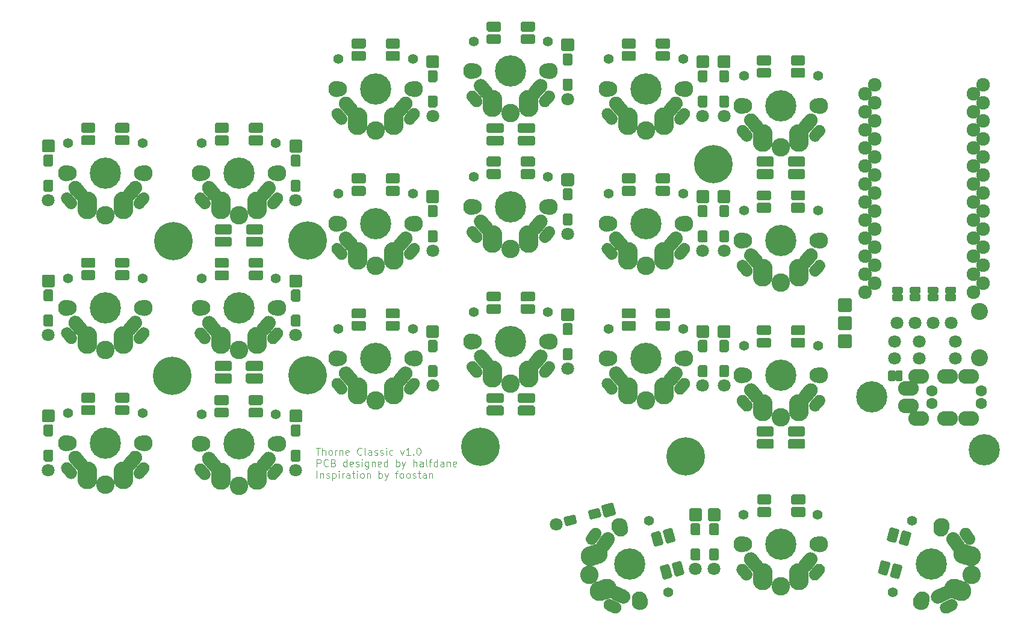
<source format=gbr>
G04 #@! TF.GenerationSoftware,KiCad,Pcbnew,5.1.9*
G04 #@! TF.CreationDate,2021-03-14T11:22:16+01:00*
G04 #@! TF.ProjectId,thorne-classic,74686f72-6e65-42d6-936c-61737369632e,1.1*
G04 #@! TF.SameCoordinates,Original*
G04 #@! TF.FileFunction,Soldermask,Top*
G04 #@! TF.FilePolarity,Negative*
%FSLAX46Y46*%
G04 Gerber Fmt 4.6, Leading zero omitted, Abs format (unit mm)*
G04 Created by KiCad (PCBNEW 5.1.9) date 2021-03-14 11:22:16*
%MOMM*%
%LPD*%
G01*
G04 APERTURE LIST*
%ADD10C,0.125000*%
%ADD11C,1.924000*%
%ADD12C,1.400000*%
%ADD13C,2.100000*%
%ADD14C,2.800000*%
%ADD15C,2.600000*%
%ADD16C,2.300000*%
%ADD17C,4.400000*%
%ADD18C,1.797000*%
%ADD19C,5.400000*%
%ADD20O,2.900000X2.100000*%
%ADD21C,1.600000*%
%ADD22C,2.400000*%
G04 APERTURE END LIST*
D10*
X98876488Y-122927380D02*
X99447916Y-122927380D01*
X99162202Y-123927380D02*
X99162202Y-122927380D01*
X99781250Y-123927380D02*
X99781250Y-122927380D01*
X100209821Y-123927380D02*
X100209821Y-123403571D01*
X100162202Y-123308333D01*
X100066964Y-123260714D01*
X99924107Y-123260714D01*
X99828869Y-123308333D01*
X99781250Y-123355952D01*
X100828869Y-123927380D02*
X100733630Y-123879761D01*
X100686011Y-123832142D01*
X100638392Y-123736904D01*
X100638392Y-123451190D01*
X100686011Y-123355952D01*
X100733630Y-123308333D01*
X100828869Y-123260714D01*
X100971726Y-123260714D01*
X101066964Y-123308333D01*
X101114583Y-123355952D01*
X101162202Y-123451190D01*
X101162202Y-123736904D01*
X101114583Y-123832142D01*
X101066964Y-123879761D01*
X100971726Y-123927380D01*
X100828869Y-123927380D01*
X101590773Y-123927380D02*
X101590773Y-123260714D01*
X101590773Y-123451190D02*
X101638392Y-123355952D01*
X101686011Y-123308333D01*
X101781250Y-123260714D01*
X101876488Y-123260714D01*
X102209821Y-123260714D02*
X102209821Y-123927380D01*
X102209821Y-123355952D02*
X102257440Y-123308333D01*
X102352678Y-123260714D01*
X102495535Y-123260714D01*
X102590773Y-123308333D01*
X102638392Y-123403571D01*
X102638392Y-123927380D01*
X103495535Y-123879761D02*
X103400297Y-123927380D01*
X103209821Y-123927380D01*
X103114583Y-123879761D01*
X103066964Y-123784523D01*
X103066964Y-123403571D01*
X103114583Y-123308333D01*
X103209821Y-123260714D01*
X103400297Y-123260714D01*
X103495535Y-123308333D01*
X103543154Y-123403571D01*
X103543154Y-123498809D01*
X103066964Y-123594047D01*
X105305059Y-123832142D02*
X105257440Y-123879761D01*
X105114583Y-123927380D01*
X105019345Y-123927380D01*
X104876488Y-123879761D01*
X104781250Y-123784523D01*
X104733630Y-123689285D01*
X104686011Y-123498809D01*
X104686011Y-123355952D01*
X104733630Y-123165476D01*
X104781250Y-123070238D01*
X104876488Y-122975000D01*
X105019345Y-122927380D01*
X105114583Y-122927380D01*
X105257440Y-122975000D01*
X105305059Y-123022619D01*
X105876488Y-123927380D02*
X105781250Y-123879761D01*
X105733630Y-123784523D01*
X105733630Y-122927380D01*
X106686011Y-123927380D02*
X106686011Y-123403571D01*
X106638392Y-123308333D01*
X106543154Y-123260714D01*
X106352678Y-123260714D01*
X106257440Y-123308333D01*
X106686011Y-123879761D02*
X106590773Y-123927380D01*
X106352678Y-123927380D01*
X106257440Y-123879761D01*
X106209821Y-123784523D01*
X106209821Y-123689285D01*
X106257440Y-123594047D01*
X106352678Y-123546428D01*
X106590773Y-123546428D01*
X106686011Y-123498809D01*
X107114583Y-123879761D02*
X107209821Y-123927380D01*
X107400297Y-123927380D01*
X107495535Y-123879761D01*
X107543154Y-123784523D01*
X107543154Y-123736904D01*
X107495535Y-123641666D01*
X107400297Y-123594047D01*
X107257440Y-123594047D01*
X107162202Y-123546428D01*
X107114583Y-123451190D01*
X107114583Y-123403571D01*
X107162202Y-123308333D01*
X107257440Y-123260714D01*
X107400297Y-123260714D01*
X107495535Y-123308333D01*
X107924107Y-123879761D02*
X108019345Y-123927380D01*
X108209821Y-123927380D01*
X108305059Y-123879761D01*
X108352678Y-123784523D01*
X108352678Y-123736904D01*
X108305059Y-123641666D01*
X108209821Y-123594047D01*
X108066964Y-123594047D01*
X107971726Y-123546428D01*
X107924107Y-123451190D01*
X107924107Y-123403571D01*
X107971726Y-123308333D01*
X108066964Y-123260714D01*
X108209821Y-123260714D01*
X108305059Y-123308333D01*
X108781250Y-123927380D02*
X108781250Y-123260714D01*
X108781250Y-122927380D02*
X108733630Y-122975000D01*
X108781250Y-123022619D01*
X108828869Y-122975000D01*
X108781250Y-122927380D01*
X108781250Y-123022619D01*
X109686011Y-123879761D02*
X109590773Y-123927380D01*
X109400297Y-123927380D01*
X109305059Y-123879761D01*
X109257440Y-123832142D01*
X109209821Y-123736904D01*
X109209821Y-123451190D01*
X109257440Y-123355952D01*
X109305059Y-123308333D01*
X109400297Y-123260714D01*
X109590773Y-123260714D01*
X109686011Y-123308333D01*
X110781250Y-123260714D02*
X111019345Y-123927380D01*
X111257440Y-123260714D01*
X112162202Y-123927380D02*
X111590773Y-123927380D01*
X111876488Y-123927380D02*
X111876488Y-122927380D01*
X111781250Y-123070238D01*
X111686011Y-123165476D01*
X111590773Y-123213095D01*
X112590773Y-123832142D02*
X112638392Y-123879761D01*
X112590773Y-123927380D01*
X112543154Y-123879761D01*
X112590773Y-123832142D01*
X112590773Y-123927380D01*
X113257440Y-122927380D02*
X113352678Y-122927380D01*
X113447916Y-122975000D01*
X113495535Y-123022619D01*
X113543154Y-123117857D01*
X113590773Y-123308333D01*
X113590773Y-123546428D01*
X113543154Y-123736904D01*
X113495535Y-123832142D01*
X113447916Y-123879761D01*
X113352678Y-123927380D01*
X113257440Y-123927380D01*
X113162202Y-123879761D01*
X113114583Y-123832142D01*
X113066964Y-123736904D01*
X113019345Y-123546428D01*
X113019345Y-123308333D01*
X113066964Y-123117857D01*
X113114583Y-123022619D01*
X113162202Y-122975000D01*
X113257440Y-122927380D01*
X99019345Y-125552380D02*
X99019345Y-124552380D01*
X99400297Y-124552380D01*
X99495535Y-124600000D01*
X99543154Y-124647619D01*
X99590773Y-124742857D01*
X99590773Y-124885714D01*
X99543154Y-124980952D01*
X99495535Y-125028571D01*
X99400297Y-125076190D01*
X99019345Y-125076190D01*
X100590773Y-125457142D02*
X100543154Y-125504761D01*
X100400297Y-125552380D01*
X100305059Y-125552380D01*
X100162202Y-125504761D01*
X100066964Y-125409523D01*
X100019345Y-125314285D01*
X99971726Y-125123809D01*
X99971726Y-124980952D01*
X100019345Y-124790476D01*
X100066964Y-124695238D01*
X100162202Y-124600000D01*
X100305059Y-124552380D01*
X100400297Y-124552380D01*
X100543154Y-124600000D01*
X100590773Y-124647619D01*
X101352678Y-125028571D02*
X101495535Y-125076190D01*
X101543154Y-125123809D01*
X101590773Y-125219047D01*
X101590773Y-125361904D01*
X101543154Y-125457142D01*
X101495535Y-125504761D01*
X101400297Y-125552380D01*
X101019345Y-125552380D01*
X101019345Y-124552380D01*
X101352678Y-124552380D01*
X101447916Y-124600000D01*
X101495535Y-124647619D01*
X101543154Y-124742857D01*
X101543154Y-124838095D01*
X101495535Y-124933333D01*
X101447916Y-124980952D01*
X101352678Y-125028571D01*
X101019345Y-125028571D01*
X103209821Y-125552380D02*
X103209821Y-124552380D01*
X103209821Y-125504761D02*
X103114583Y-125552380D01*
X102924107Y-125552380D01*
X102828869Y-125504761D01*
X102781250Y-125457142D01*
X102733630Y-125361904D01*
X102733630Y-125076190D01*
X102781250Y-124980952D01*
X102828869Y-124933333D01*
X102924107Y-124885714D01*
X103114583Y-124885714D01*
X103209821Y-124933333D01*
X104066964Y-125504761D02*
X103971726Y-125552380D01*
X103781250Y-125552380D01*
X103686011Y-125504761D01*
X103638392Y-125409523D01*
X103638392Y-125028571D01*
X103686011Y-124933333D01*
X103781250Y-124885714D01*
X103971726Y-124885714D01*
X104066964Y-124933333D01*
X104114583Y-125028571D01*
X104114583Y-125123809D01*
X103638392Y-125219047D01*
X104495535Y-125504761D02*
X104590773Y-125552380D01*
X104781250Y-125552380D01*
X104876488Y-125504761D01*
X104924107Y-125409523D01*
X104924107Y-125361904D01*
X104876488Y-125266666D01*
X104781250Y-125219047D01*
X104638392Y-125219047D01*
X104543154Y-125171428D01*
X104495535Y-125076190D01*
X104495535Y-125028571D01*
X104543154Y-124933333D01*
X104638392Y-124885714D01*
X104781250Y-124885714D01*
X104876488Y-124933333D01*
X105352678Y-125552380D02*
X105352678Y-124885714D01*
X105352678Y-124552380D02*
X105305059Y-124600000D01*
X105352678Y-124647619D01*
X105400297Y-124600000D01*
X105352678Y-124552380D01*
X105352678Y-124647619D01*
X106257440Y-124885714D02*
X106257440Y-125695238D01*
X106209821Y-125790476D01*
X106162202Y-125838095D01*
X106066964Y-125885714D01*
X105924107Y-125885714D01*
X105828869Y-125838095D01*
X106257440Y-125504761D02*
X106162202Y-125552380D01*
X105971726Y-125552380D01*
X105876488Y-125504761D01*
X105828869Y-125457142D01*
X105781250Y-125361904D01*
X105781250Y-125076190D01*
X105828869Y-124980952D01*
X105876488Y-124933333D01*
X105971726Y-124885714D01*
X106162202Y-124885714D01*
X106257440Y-124933333D01*
X106733630Y-124885714D02*
X106733630Y-125552380D01*
X106733630Y-124980952D02*
X106781250Y-124933333D01*
X106876488Y-124885714D01*
X107019345Y-124885714D01*
X107114583Y-124933333D01*
X107162202Y-125028571D01*
X107162202Y-125552380D01*
X108019345Y-125504761D02*
X107924107Y-125552380D01*
X107733630Y-125552380D01*
X107638392Y-125504761D01*
X107590773Y-125409523D01*
X107590773Y-125028571D01*
X107638392Y-124933333D01*
X107733630Y-124885714D01*
X107924107Y-124885714D01*
X108019345Y-124933333D01*
X108066964Y-125028571D01*
X108066964Y-125123809D01*
X107590773Y-125219047D01*
X108924107Y-125552380D02*
X108924107Y-124552380D01*
X108924107Y-125504761D02*
X108828869Y-125552380D01*
X108638392Y-125552380D01*
X108543154Y-125504761D01*
X108495535Y-125457142D01*
X108447916Y-125361904D01*
X108447916Y-125076190D01*
X108495535Y-124980952D01*
X108543154Y-124933333D01*
X108638392Y-124885714D01*
X108828869Y-124885714D01*
X108924107Y-124933333D01*
X110162202Y-125552380D02*
X110162202Y-124552380D01*
X110162202Y-124933333D02*
X110257440Y-124885714D01*
X110447916Y-124885714D01*
X110543154Y-124933333D01*
X110590773Y-124980952D01*
X110638392Y-125076190D01*
X110638392Y-125361904D01*
X110590773Y-125457142D01*
X110543154Y-125504761D01*
X110447916Y-125552380D01*
X110257440Y-125552380D01*
X110162202Y-125504761D01*
X110971726Y-124885714D02*
X111209821Y-125552380D01*
X111447916Y-124885714D02*
X111209821Y-125552380D01*
X111114583Y-125790476D01*
X111066964Y-125838095D01*
X110971726Y-125885714D01*
X112590773Y-125552380D02*
X112590773Y-124552380D01*
X113019345Y-125552380D02*
X113019345Y-125028571D01*
X112971726Y-124933333D01*
X112876488Y-124885714D01*
X112733630Y-124885714D01*
X112638392Y-124933333D01*
X112590773Y-124980952D01*
X113924107Y-125552380D02*
X113924107Y-125028571D01*
X113876488Y-124933333D01*
X113781250Y-124885714D01*
X113590773Y-124885714D01*
X113495535Y-124933333D01*
X113924107Y-125504761D02*
X113828869Y-125552380D01*
X113590773Y-125552380D01*
X113495535Y-125504761D01*
X113447916Y-125409523D01*
X113447916Y-125314285D01*
X113495535Y-125219047D01*
X113590773Y-125171428D01*
X113828869Y-125171428D01*
X113924107Y-125123809D01*
X114543154Y-125552380D02*
X114447916Y-125504761D01*
X114400297Y-125409523D01*
X114400297Y-124552380D01*
X114781250Y-124885714D02*
X115162202Y-124885714D01*
X114924107Y-125552380D02*
X114924107Y-124695238D01*
X114971726Y-124600000D01*
X115066964Y-124552380D01*
X115162202Y-124552380D01*
X115924107Y-125552380D02*
X115924107Y-124552380D01*
X115924107Y-125504761D02*
X115828869Y-125552380D01*
X115638392Y-125552380D01*
X115543154Y-125504761D01*
X115495535Y-125457142D01*
X115447916Y-125361904D01*
X115447916Y-125076190D01*
X115495535Y-124980952D01*
X115543154Y-124933333D01*
X115638392Y-124885714D01*
X115828869Y-124885714D01*
X115924107Y-124933333D01*
X116828869Y-125552380D02*
X116828869Y-125028571D01*
X116781250Y-124933333D01*
X116686011Y-124885714D01*
X116495535Y-124885714D01*
X116400297Y-124933333D01*
X116828869Y-125504761D02*
X116733630Y-125552380D01*
X116495535Y-125552380D01*
X116400297Y-125504761D01*
X116352678Y-125409523D01*
X116352678Y-125314285D01*
X116400297Y-125219047D01*
X116495535Y-125171428D01*
X116733630Y-125171428D01*
X116828869Y-125123809D01*
X117305059Y-124885714D02*
X117305059Y-125552380D01*
X117305059Y-124980952D02*
X117352678Y-124933333D01*
X117447916Y-124885714D01*
X117590773Y-124885714D01*
X117686011Y-124933333D01*
X117733630Y-125028571D01*
X117733630Y-125552380D01*
X118590773Y-125504761D02*
X118495535Y-125552380D01*
X118305059Y-125552380D01*
X118209821Y-125504761D01*
X118162202Y-125409523D01*
X118162202Y-125028571D01*
X118209821Y-124933333D01*
X118305059Y-124885714D01*
X118495535Y-124885714D01*
X118590773Y-124933333D01*
X118638392Y-125028571D01*
X118638392Y-125123809D01*
X118162202Y-125219047D01*
X99019345Y-127177380D02*
X99019345Y-126177380D01*
X99495535Y-126510714D02*
X99495535Y-127177380D01*
X99495535Y-126605952D02*
X99543154Y-126558333D01*
X99638392Y-126510714D01*
X99781250Y-126510714D01*
X99876488Y-126558333D01*
X99924107Y-126653571D01*
X99924107Y-127177380D01*
X100352678Y-127129761D02*
X100447916Y-127177380D01*
X100638392Y-127177380D01*
X100733630Y-127129761D01*
X100781250Y-127034523D01*
X100781250Y-126986904D01*
X100733630Y-126891666D01*
X100638392Y-126844047D01*
X100495535Y-126844047D01*
X100400297Y-126796428D01*
X100352678Y-126701190D01*
X100352678Y-126653571D01*
X100400297Y-126558333D01*
X100495535Y-126510714D01*
X100638392Y-126510714D01*
X100733630Y-126558333D01*
X101209821Y-126510714D02*
X101209821Y-127510714D01*
X101209821Y-126558333D02*
X101305059Y-126510714D01*
X101495535Y-126510714D01*
X101590773Y-126558333D01*
X101638392Y-126605952D01*
X101686011Y-126701190D01*
X101686011Y-126986904D01*
X101638392Y-127082142D01*
X101590773Y-127129761D01*
X101495535Y-127177380D01*
X101305059Y-127177380D01*
X101209821Y-127129761D01*
X102114583Y-127177380D02*
X102114583Y-126510714D01*
X102114583Y-126177380D02*
X102066964Y-126225000D01*
X102114583Y-126272619D01*
X102162202Y-126225000D01*
X102114583Y-126177380D01*
X102114583Y-126272619D01*
X102590773Y-127177380D02*
X102590773Y-126510714D01*
X102590773Y-126701190D02*
X102638392Y-126605952D01*
X102686011Y-126558333D01*
X102781250Y-126510714D01*
X102876488Y-126510714D01*
X103638392Y-127177380D02*
X103638392Y-126653571D01*
X103590773Y-126558333D01*
X103495535Y-126510714D01*
X103305059Y-126510714D01*
X103209821Y-126558333D01*
X103638392Y-127129761D02*
X103543154Y-127177380D01*
X103305059Y-127177380D01*
X103209821Y-127129761D01*
X103162202Y-127034523D01*
X103162202Y-126939285D01*
X103209821Y-126844047D01*
X103305059Y-126796428D01*
X103543154Y-126796428D01*
X103638392Y-126748809D01*
X103971726Y-126510714D02*
X104352678Y-126510714D01*
X104114583Y-126177380D02*
X104114583Y-127034523D01*
X104162202Y-127129761D01*
X104257440Y-127177380D01*
X104352678Y-127177380D01*
X104686011Y-127177380D02*
X104686011Y-126510714D01*
X104686011Y-126177380D02*
X104638392Y-126225000D01*
X104686011Y-126272619D01*
X104733630Y-126225000D01*
X104686011Y-126177380D01*
X104686011Y-126272619D01*
X105305059Y-127177380D02*
X105209821Y-127129761D01*
X105162202Y-127082142D01*
X105114583Y-126986904D01*
X105114583Y-126701190D01*
X105162202Y-126605952D01*
X105209821Y-126558333D01*
X105305059Y-126510714D01*
X105447916Y-126510714D01*
X105543154Y-126558333D01*
X105590773Y-126605952D01*
X105638392Y-126701190D01*
X105638392Y-126986904D01*
X105590773Y-127082142D01*
X105543154Y-127129761D01*
X105447916Y-127177380D01*
X105305059Y-127177380D01*
X106066964Y-126510714D02*
X106066964Y-127177380D01*
X106066964Y-126605952D02*
X106114583Y-126558333D01*
X106209821Y-126510714D01*
X106352678Y-126510714D01*
X106447916Y-126558333D01*
X106495535Y-126653571D01*
X106495535Y-127177380D01*
X107733630Y-127177380D02*
X107733630Y-126177380D01*
X107733630Y-126558333D02*
X107828869Y-126510714D01*
X108019345Y-126510714D01*
X108114583Y-126558333D01*
X108162202Y-126605952D01*
X108209821Y-126701190D01*
X108209821Y-126986904D01*
X108162202Y-127082142D01*
X108114583Y-127129761D01*
X108019345Y-127177380D01*
X107828869Y-127177380D01*
X107733630Y-127129761D01*
X108543154Y-126510714D02*
X108781250Y-127177380D01*
X109019345Y-126510714D02*
X108781250Y-127177380D01*
X108686011Y-127415476D01*
X108638392Y-127463095D01*
X108543154Y-127510714D01*
X110019345Y-126510714D02*
X110400297Y-126510714D01*
X110162202Y-127177380D02*
X110162202Y-126320238D01*
X110209821Y-126225000D01*
X110305059Y-126177380D01*
X110400297Y-126177380D01*
X110876488Y-127177380D02*
X110781250Y-127129761D01*
X110733630Y-127082142D01*
X110686011Y-126986904D01*
X110686011Y-126701190D01*
X110733630Y-126605952D01*
X110781250Y-126558333D01*
X110876488Y-126510714D01*
X111019345Y-126510714D01*
X111114583Y-126558333D01*
X111162202Y-126605952D01*
X111209821Y-126701190D01*
X111209821Y-126986904D01*
X111162202Y-127082142D01*
X111114583Y-127129761D01*
X111019345Y-127177380D01*
X110876488Y-127177380D01*
X111781250Y-127177380D02*
X111686011Y-127129761D01*
X111638392Y-127082142D01*
X111590773Y-126986904D01*
X111590773Y-126701190D01*
X111638392Y-126605952D01*
X111686011Y-126558333D01*
X111781250Y-126510714D01*
X111924107Y-126510714D01*
X112019345Y-126558333D01*
X112066964Y-126605952D01*
X112114583Y-126701190D01*
X112114583Y-126986904D01*
X112066964Y-127082142D01*
X112019345Y-127129761D01*
X111924107Y-127177380D01*
X111781250Y-127177380D01*
X112495535Y-127129761D02*
X112590773Y-127177380D01*
X112781250Y-127177380D01*
X112876488Y-127129761D01*
X112924107Y-127034523D01*
X112924107Y-126986904D01*
X112876488Y-126891666D01*
X112781250Y-126844047D01*
X112638392Y-126844047D01*
X112543154Y-126796428D01*
X112495535Y-126701190D01*
X112495535Y-126653571D01*
X112543154Y-126558333D01*
X112638392Y-126510714D01*
X112781250Y-126510714D01*
X112876488Y-126558333D01*
X113209821Y-126510714D02*
X113590773Y-126510714D01*
X113352678Y-126177380D02*
X113352678Y-127034523D01*
X113400297Y-127129761D01*
X113495535Y-127177380D01*
X113590773Y-127177380D01*
X114352678Y-127177380D02*
X114352678Y-126653571D01*
X114305059Y-126558333D01*
X114209821Y-126510714D01*
X114019345Y-126510714D01*
X113924107Y-126558333D01*
X114352678Y-127129761D02*
X114257440Y-127177380D01*
X114019345Y-127177380D01*
X113924107Y-127129761D01*
X113876488Y-127034523D01*
X113876488Y-126939285D01*
X113924107Y-126844047D01*
X114019345Y-126796428D01*
X114257440Y-126796428D01*
X114352678Y-126748809D01*
X114828869Y-126510714D02*
X114828869Y-127177380D01*
X114828869Y-126605952D02*
X114876488Y-126558333D01*
X114971726Y-126510714D01*
X115114583Y-126510714D01*
X115209821Y-126558333D01*
X115257440Y-126653571D01*
X115257440Y-127177380D01*
D11*
X191380000Y-73042000D03*
X191380000Y-75582000D03*
X191380000Y-78122000D03*
X191380000Y-80662000D03*
X191380000Y-83202000D03*
X191380000Y-85742000D03*
X191380000Y-88282000D03*
X191380000Y-90822000D03*
X191380000Y-93362000D03*
X191380000Y-95902000D03*
X191380000Y-98442000D03*
X191380000Y-100982000D03*
X176140000Y-100982000D03*
X176140000Y-98442000D03*
X176140000Y-95902000D03*
X176140000Y-93362000D03*
X176140000Y-90822000D03*
X176140000Y-88282000D03*
X176140000Y-85742000D03*
X176140000Y-83202000D03*
X176140000Y-80662000D03*
X176140000Y-78122000D03*
X176140000Y-75582000D03*
X176140000Y-73042000D03*
X192686400Y-71772000D03*
X192686400Y-74312000D03*
X192686400Y-76852000D03*
X192686400Y-79392000D03*
X192686400Y-81932000D03*
X192686400Y-84472000D03*
X192686400Y-87012000D03*
X192686400Y-89552000D03*
X192686400Y-92092000D03*
X192686400Y-94632000D03*
X192686400Y-97172000D03*
X192686400Y-99712000D03*
X177466400Y-99712000D03*
X177466400Y-97172000D03*
X177466400Y-94632000D03*
X177466400Y-92092000D03*
X177466400Y-89552000D03*
X177466400Y-87012000D03*
X177466400Y-84472000D03*
X177466400Y-81932000D03*
X177466400Y-79392000D03*
X177466400Y-76852000D03*
X177466400Y-74312000D03*
X177466400Y-71772000D03*
D12*
X148436846Y-143261063D03*
X145734775Y-133176797D03*
D13*
X144343723Y-144212873D03*
X141714121Y-134399067D03*
D14*
X139339657Y-142924107D03*
X139822619Y-142794699D03*
X138507817Y-137887795D03*
X138024855Y-138017203D03*
G36*
G01*
X138671647Y-137593836D02*
X138671647Y-137593836D01*
G75*
G02*
X138432211Y-136235926I559237J798673D01*
G01*
X139149181Y-135211986D01*
G75*
G02*
X140507091Y-134972550I798673J-559237D01*
G01*
X140507091Y-134972550D01*
G75*
G02*
X140746527Y-136330460I-559237J-798673D01*
G01*
X140029557Y-137354400D01*
G75*
G02*
X138671647Y-137593836I-798673J559237D01*
G01*
G37*
X138779419Y-143074222D03*
G36*
G01*
X143011663Y-144319737D02*
X143011663Y-144319737D01*
G75*
G02*
X141715960Y-144791334I-883650J412053D01*
G01*
X140583076Y-144263062D01*
G75*
G02*
X140111479Y-142967359I412053J883650D01*
G01*
X140111479Y-142967359D01*
G75*
G02*
X141407182Y-142495762I883650J-412053D01*
G01*
X142540066Y-143024034D01*
G75*
G02*
X143011663Y-144319737I-412053J-883650D01*
G01*
G37*
X137464618Y-138167319D03*
D15*
X137329960Y-140833002D03*
G36*
G01*
X141759988Y-145790990D02*
X141759988Y-145790990D01*
G75*
G02*
X140663624Y-146190034I-747704J348660D01*
G01*
X139802632Y-145788546D01*
G75*
G02*
X139403588Y-144692182I348660J747704D01*
G01*
X139403588Y-144692182D01*
G75*
G02*
X140499952Y-144293138I747704J-348660D01*
G01*
X141360944Y-144694626D01*
G75*
G02*
X141759988Y-145790990I-348660J-747704D01*
G01*
G37*
D16*
X141605417Y-133993378D03*
X144452427Y-144618562D03*
D17*
X143028922Y-139305970D03*
G36*
G01*
X137196184Y-136454040D02*
X137196184Y-136454040D01*
G75*
G02*
X136993585Y-135305039I473201J675800D01*
G01*
X137538483Y-134526845D01*
G75*
G02*
X138687484Y-134324246I675800J-473201D01*
G01*
X138687484Y-134324246D01*
G75*
G02*
X138890083Y-135473247I-473201J-675800D01*
G01*
X138345185Y-136251441D01*
G75*
G02*
X137196184Y-136454040I-675800J473201D01*
G01*
G37*
G36*
G01*
X133805000Y-89925000D02*
X134755000Y-89925000D01*
G75*
G02*
X134955000Y-90125000I0J-200000D01*
G01*
X134955000Y-91425000D01*
G75*
G02*
X134755000Y-91625000I-200000J0D01*
G01*
X133805000Y-91625000D01*
G75*
G02*
X133605000Y-91425000I0J200000D01*
G01*
X133605000Y-90125000D01*
G75*
G02*
X133805000Y-89925000I200000J0D01*
G01*
G37*
D18*
X134280000Y-92810000D03*
G36*
G01*
X133581500Y-84291500D02*
X134978500Y-84291500D01*
G75*
G02*
X135178500Y-84491500I0J-200000D01*
G01*
X135178500Y-85888500D01*
G75*
G02*
X134978500Y-86088500I-200000J0D01*
G01*
X133581500Y-86088500D01*
G75*
G02*
X133381500Y-85888500I0J200000D01*
G01*
X133381500Y-84491500D01*
G75*
G02*
X133581500Y-84291500I200000J0D01*
G01*
G37*
G36*
G01*
X133805000Y-86375000D02*
X134755000Y-86375000D01*
G75*
G02*
X134955000Y-86575000I0J-200000D01*
G01*
X134955000Y-87875000D01*
G75*
G02*
X134755000Y-88075000I-200000J0D01*
G01*
X133805000Y-88075000D01*
G75*
G02*
X133605000Y-87875000I0J200000D01*
G01*
X133605000Y-86575000D01*
G75*
G02*
X133805000Y-86375000I200000J0D01*
G01*
G37*
D19*
X122030000Y-122750000D03*
D12*
X150500000Y-68175000D03*
X140060000Y-68175000D03*
D13*
X150360000Y-72375000D03*
X140200000Y-72375000D03*
D14*
X147820000Y-76875000D03*
X147820000Y-76375000D03*
X142740000Y-76375000D03*
X142740000Y-76875000D03*
G36*
G01*
X142498460Y-76140671D02*
X142498460Y-76140671D01*
G75*
G02*
X141124849Y-76020496I-626718J746893D01*
G01*
X140321365Y-75062940D01*
G75*
G02*
X140441540Y-73689329I746893J626718D01*
G01*
X140441540Y-73689329D01*
G75*
G02*
X141815151Y-73809504I626718J-746893D01*
G01*
X142618635Y-74767060D01*
G75*
G02*
X142498460Y-76140671I-746893J-626718D01*
G01*
G37*
X147820000Y-77455000D03*
G36*
G01*
X150118460Y-73689329D02*
X150118460Y-73689329D01*
G75*
G02*
X150238635Y-75062940I-626718J-746893D01*
G01*
X149435151Y-76020496D01*
G75*
G02*
X148061540Y-76140671I-746893J626718D01*
G01*
X148061540Y-76140671D01*
G75*
G02*
X147941365Y-74767060I626718J746893D01*
G01*
X148744849Y-73809504D01*
G75*
G02*
X150118460Y-73689329I746893J-626718D01*
G01*
G37*
X142740000Y-77455000D03*
D15*
X145280000Y-78275000D03*
G36*
G01*
X151215624Y-75279142D02*
X151215624Y-75279142D01*
G75*
G02*
X151317311Y-76441429I-530300J-631987D01*
G01*
X150706663Y-77169171D01*
G75*
G02*
X149544376Y-77270858I-631987J530300D01*
G01*
X149544376Y-77270858D01*
G75*
G02*
X149442689Y-76108571I530300J631987D01*
G01*
X150053337Y-75380829D01*
G75*
G02*
X151215624Y-75279142I631987J-530300D01*
G01*
G37*
D16*
X139780000Y-72375000D03*
X150780000Y-72375000D03*
D17*
X145280000Y-72375000D03*
G36*
G01*
X141015624Y-77270858D02*
X141015624Y-77270858D01*
G75*
G02*
X139853337Y-77169171I-530300J631987D01*
G01*
X139242689Y-76441429D01*
G75*
G02*
X139344376Y-75279142I631987J530300D01*
G01*
X139344376Y-75279142D01*
G75*
G02*
X140506663Y-75380829I530300J-631987D01*
G01*
X141117311Y-76108571D01*
G75*
G02*
X141015624Y-77270858I-631987J-530300D01*
G01*
G37*
D12*
X93260000Y-80065000D03*
X82820000Y-80065000D03*
D13*
X93120000Y-84265000D03*
X82960000Y-84265000D03*
D14*
X90580000Y-88765000D03*
X90580000Y-88265000D03*
X85500000Y-88265000D03*
X85500000Y-88765000D03*
G36*
G01*
X85258460Y-88030671D02*
X85258460Y-88030671D01*
G75*
G02*
X83884849Y-87910496I-626718J746893D01*
G01*
X83081365Y-86952940D01*
G75*
G02*
X83201540Y-85579329I746893J626718D01*
G01*
X83201540Y-85579329D01*
G75*
G02*
X84575151Y-85699504I626718J-746893D01*
G01*
X85378635Y-86657060D01*
G75*
G02*
X85258460Y-88030671I-746893J-626718D01*
G01*
G37*
X90580000Y-89345000D03*
G36*
G01*
X92878460Y-85579329D02*
X92878460Y-85579329D01*
G75*
G02*
X92998635Y-86952940I-626718J-746893D01*
G01*
X92195151Y-87910496D01*
G75*
G02*
X90821540Y-88030671I-746893J626718D01*
G01*
X90821540Y-88030671D01*
G75*
G02*
X90701365Y-86657060I626718J746893D01*
G01*
X91504849Y-85699504D01*
G75*
G02*
X92878460Y-85579329I746893J-626718D01*
G01*
G37*
X85500000Y-89345000D03*
D15*
X88040000Y-90165000D03*
G36*
G01*
X93975624Y-87169142D02*
X93975624Y-87169142D01*
G75*
G02*
X94077311Y-88331429I-530300J-631987D01*
G01*
X93466663Y-89059171D01*
G75*
G02*
X92304376Y-89160858I-631987J530300D01*
G01*
X92304376Y-89160858D01*
G75*
G02*
X92202689Y-87998571I530300J631987D01*
G01*
X92813337Y-87270829D01*
G75*
G02*
X93975624Y-87169142I631987J-530300D01*
G01*
G37*
D16*
X82540000Y-84265000D03*
X93540000Y-84265000D03*
D17*
X88040000Y-84265000D03*
G36*
G01*
X83775624Y-89160858D02*
X83775624Y-89160858D01*
G75*
G02*
X82613337Y-89059171I-530300J631987D01*
G01*
X82002689Y-88331429D01*
G75*
G02*
X82104376Y-87169142I631987J530300D01*
G01*
X82104376Y-87169142D01*
G75*
G02*
X83266663Y-87270829I530300J-631987D01*
G01*
X83877311Y-87998571D01*
G75*
G02*
X83775624Y-89160858I-631987J-530300D01*
G01*
G37*
G36*
G01*
X87030000Y-112655000D02*
X87030000Y-113655000D01*
G75*
G02*
X86830000Y-113855000I-200000J0D01*
G01*
X84830000Y-113855000D01*
G75*
G02*
X84630000Y-113655000I0J200000D01*
G01*
X84630000Y-112655000D01*
G75*
G02*
X84830000Y-112455000I200000J0D01*
G01*
X86830000Y-112455000D01*
G75*
G02*
X87030000Y-112655000I0J-200000D01*
G01*
G37*
G36*
G01*
X87030000Y-110905000D02*
X87030000Y-111905000D01*
G75*
G02*
X86830000Y-112105000I-200000J0D01*
G01*
X84830000Y-112105000D01*
G75*
G02*
X84630000Y-111905000I0J200000D01*
G01*
X84630000Y-110905000D01*
G75*
G02*
X84830000Y-110705000I200000J0D01*
G01*
X86830000Y-110705000D01*
G75*
G02*
X87030000Y-110905000I0J-200000D01*
G01*
G37*
G36*
G01*
X91430000Y-112655000D02*
X91430000Y-113655000D01*
G75*
G02*
X91230000Y-113855000I-200000J0D01*
G01*
X89230000Y-113855000D01*
G75*
G02*
X89030000Y-113655000I0J200000D01*
G01*
X89030000Y-112655000D01*
G75*
G02*
X89230000Y-112455000I200000J0D01*
G01*
X91230000Y-112455000D01*
G75*
G02*
X91430000Y-112655000I0J-200000D01*
G01*
G37*
G36*
G01*
X91430000Y-110905000D02*
X91430000Y-111905000D01*
G75*
G02*
X91230000Y-112105000I-200000J0D01*
G01*
X89230000Y-112105000D01*
G75*
G02*
X89030000Y-111905000I0J200000D01*
G01*
X89030000Y-110905000D01*
G75*
G02*
X89230000Y-110705000I200000J0D01*
G01*
X91230000Y-110705000D01*
G75*
G02*
X91430000Y-110905000I0J-200000D01*
G01*
G37*
G36*
G01*
X154405000Y-137095000D02*
X155355000Y-137095000D01*
G75*
G02*
X155555000Y-137295000I0J-200000D01*
G01*
X155555000Y-138595000D01*
G75*
G02*
X155355000Y-138795000I-200000J0D01*
G01*
X154405000Y-138795000D01*
G75*
G02*
X154205000Y-138595000I0J200000D01*
G01*
X154205000Y-137295000D01*
G75*
G02*
X154405000Y-137095000I200000J0D01*
G01*
G37*
D18*
X154880000Y-139980000D03*
G36*
G01*
X154181500Y-131461500D02*
X155578500Y-131461500D01*
G75*
G02*
X155778500Y-131661500I0J-200000D01*
G01*
X155778500Y-133058500D01*
G75*
G02*
X155578500Y-133258500I-200000J0D01*
G01*
X154181500Y-133258500D01*
G75*
G02*
X153981500Y-133058500I0J200000D01*
G01*
X153981500Y-131661500D01*
G75*
G02*
X154181500Y-131461500I200000J0D01*
G01*
G37*
G36*
G01*
X154405000Y-133545000D02*
X155355000Y-133545000D01*
G75*
G02*
X155555000Y-133745000I0J-200000D01*
G01*
X155555000Y-135045000D01*
G75*
G02*
X155355000Y-135245000I-200000J0D01*
G01*
X154405000Y-135245000D01*
G75*
G02*
X154205000Y-135045000I0J200000D01*
G01*
X154205000Y-133745000D01*
G75*
G02*
X154405000Y-133545000I200000J0D01*
G01*
G37*
G36*
G01*
X160932180Y-130705386D02*
X160932180Y-129705386D01*
G75*
G02*
X161132180Y-129505386I200000J0D01*
G01*
X162732180Y-129505386D01*
G75*
G02*
X162932180Y-129705386I0J-200000D01*
G01*
X162932180Y-130705386D01*
G75*
G02*
X162732180Y-130905386I-200000J0D01*
G01*
X161132180Y-130905386D01*
G75*
G02*
X160932180Y-130705386I0J200000D01*
G01*
G37*
G36*
G01*
X160932180Y-132455386D02*
X160932180Y-131455386D01*
G75*
G02*
X161132180Y-131255386I200000J0D01*
G01*
X162732180Y-131255386D01*
G75*
G02*
X162932180Y-131455386I0J-200000D01*
G01*
X162932180Y-132455386D01*
G75*
G02*
X162732180Y-132655386I-200000J0D01*
G01*
X161132180Y-132655386D01*
G75*
G02*
X160932180Y-132455386I0J200000D01*
G01*
G37*
G36*
G01*
X165732180Y-130705386D02*
X165732180Y-129705386D01*
G75*
G02*
X165932180Y-129505386I200000J0D01*
G01*
X167532180Y-129505386D01*
G75*
G02*
X167732180Y-129705386I0J-200000D01*
G01*
X167732180Y-130705386D01*
G75*
G02*
X167532180Y-130905386I-200000J0D01*
G01*
X165932180Y-130905386D01*
G75*
G02*
X165732180Y-130705386I0J200000D01*
G01*
G37*
G36*
G01*
X165732180Y-132455386D02*
X165732180Y-131455386D01*
G75*
G02*
X165932180Y-131255386I200000J0D01*
G01*
X167532180Y-131255386D01*
G75*
G02*
X167732180Y-131455386I0J-200000D01*
G01*
X167732180Y-132455386D01*
G75*
G02*
X167532180Y-132655386I-200000J0D01*
G01*
X165932180Y-132655386D01*
G75*
G02*
X165732180Y-132455386I0J200000D01*
G01*
G37*
D19*
X78660000Y-112790000D03*
G36*
G01*
X84610000Y-116715000D02*
X84610000Y-115715000D01*
G75*
G02*
X84810000Y-115515000I200000J0D01*
G01*
X86410000Y-115515000D01*
G75*
G02*
X86610000Y-115715000I0J-200000D01*
G01*
X86610000Y-116715000D01*
G75*
G02*
X86410000Y-116915000I-200000J0D01*
G01*
X84810000Y-116915000D01*
G75*
G02*
X84610000Y-116715000I0J200000D01*
G01*
G37*
G36*
G01*
X84610000Y-118465000D02*
X84610000Y-117465000D01*
G75*
G02*
X84810000Y-117265000I200000J0D01*
G01*
X86410000Y-117265000D01*
G75*
G02*
X86610000Y-117465000I0J-200000D01*
G01*
X86610000Y-118465000D01*
G75*
G02*
X86410000Y-118665000I-200000J0D01*
G01*
X84810000Y-118665000D01*
G75*
G02*
X84610000Y-118465000I0J200000D01*
G01*
G37*
G36*
G01*
X89410000Y-116715000D02*
X89410000Y-115715000D01*
G75*
G02*
X89610000Y-115515000I200000J0D01*
G01*
X91210000Y-115515000D01*
G75*
G02*
X91410000Y-115715000I0J-200000D01*
G01*
X91410000Y-116715000D01*
G75*
G02*
X91210000Y-116915000I-200000J0D01*
G01*
X89610000Y-116915000D01*
G75*
G02*
X89410000Y-116715000I0J200000D01*
G01*
G37*
G36*
G01*
X89410000Y-118465000D02*
X89410000Y-117465000D01*
G75*
G02*
X89610000Y-117265000I200000J0D01*
G01*
X91210000Y-117265000D01*
G75*
G02*
X91410000Y-117465000I0J-200000D01*
G01*
X91410000Y-118465000D01*
G75*
G02*
X91210000Y-118665000I-200000J0D01*
G01*
X89610000Y-118665000D01*
G75*
G02*
X89410000Y-118465000I0J200000D01*
G01*
G37*
G36*
G01*
X127280000Y-78425000D02*
X127280000Y-77425000D01*
G75*
G02*
X127480000Y-77225000I200000J0D01*
G01*
X129480000Y-77225000D01*
G75*
G02*
X129680000Y-77425000I0J-200000D01*
G01*
X129680000Y-78425000D01*
G75*
G02*
X129480000Y-78625000I-200000J0D01*
G01*
X127480000Y-78625000D01*
G75*
G02*
X127280000Y-78425000I0J200000D01*
G01*
G37*
G36*
G01*
X127280000Y-80175000D02*
X127280000Y-79175000D01*
G75*
G02*
X127480000Y-78975000I200000J0D01*
G01*
X129480000Y-78975000D01*
G75*
G02*
X129680000Y-79175000I0J-200000D01*
G01*
X129680000Y-80175000D01*
G75*
G02*
X129480000Y-80375000I-200000J0D01*
G01*
X127480000Y-80375000D01*
G75*
G02*
X127280000Y-80175000I0J200000D01*
G01*
G37*
G36*
G01*
X122880000Y-78425000D02*
X122880000Y-77425000D01*
G75*
G02*
X123080000Y-77225000I200000J0D01*
G01*
X125080000Y-77225000D01*
G75*
G02*
X125280000Y-77425000I0J-200000D01*
G01*
X125280000Y-78425000D01*
G75*
G02*
X125080000Y-78625000I-200000J0D01*
G01*
X123080000Y-78625000D01*
G75*
G02*
X122880000Y-78425000I0J200000D01*
G01*
G37*
G36*
G01*
X122880000Y-80175000D02*
X122880000Y-79175000D01*
G75*
G02*
X123080000Y-78975000I200000J0D01*
G01*
X125080000Y-78975000D01*
G75*
G02*
X125280000Y-79175000I0J-200000D01*
G01*
X125280000Y-80175000D01*
G75*
G02*
X125080000Y-80375000I-200000J0D01*
G01*
X123080000Y-80375000D01*
G75*
G02*
X122880000Y-80175000I0J200000D01*
G01*
G37*
G36*
G01*
X95565000Y-85190000D02*
X96515000Y-85190000D01*
G75*
G02*
X96715000Y-85390000I0J-200000D01*
G01*
X96715000Y-86690000D01*
G75*
G02*
X96515000Y-86890000I-200000J0D01*
G01*
X95565000Y-86890000D01*
G75*
G02*
X95365000Y-86690000I0J200000D01*
G01*
X95365000Y-85390000D01*
G75*
G02*
X95565000Y-85190000I200000J0D01*
G01*
G37*
D18*
X96040000Y-88075000D03*
G36*
G01*
X95341500Y-79556500D02*
X96738500Y-79556500D01*
G75*
G02*
X96938500Y-79756500I0J-200000D01*
G01*
X96938500Y-81153500D01*
G75*
G02*
X96738500Y-81353500I-200000J0D01*
G01*
X95341500Y-81353500D01*
G75*
G02*
X95141500Y-81153500I0J200000D01*
G01*
X95141500Y-79756500D01*
G75*
G02*
X95341500Y-79556500I200000J0D01*
G01*
G37*
G36*
G01*
X95565000Y-81640000D02*
X96515000Y-81640000D01*
G75*
G02*
X96715000Y-81840000I0J-200000D01*
G01*
X96715000Y-83140000D01*
G75*
G02*
X96515000Y-83340000I-200000J0D01*
G01*
X95565000Y-83340000D01*
G75*
G02*
X95365000Y-83140000I0J200000D01*
G01*
X95365000Y-81840000D01*
G75*
G02*
X95565000Y-81640000I200000J0D01*
G01*
G37*
G36*
G01*
X103880000Y-85500000D02*
X103880000Y-84500000D01*
G75*
G02*
X104080000Y-84300000I200000J0D01*
G01*
X105680000Y-84300000D01*
G75*
G02*
X105880000Y-84500000I0J-200000D01*
G01*
X105880000Y-85500000D01*
G75*
G02*
X105680000Y-85700000I-200000J0D01*
G01*
X104080000Y-85700000D01*
G75*
G02*
X103880000Y-85500000I0J200000D01*
G01*
G37*
G36*
G01*
X103880000Y-87250000D02*
X103880000Y-86250000D01*
G75*
G02*
X104080000Y-86050000I200000J0D01*
G01*
X105680000Y-86050000D01*
G75*
G02*
X105880000Y-86250000I0J-200000D01*
G01*
X105880000Y-87250000D01*
G75*
G02*
X105680000Y-87450000I-200000J0D01*
G01*
X104080000Y-87450000D01*
G75*
G02*
X103880000Y-87250000I0J200000D01*
G01*
G37*
G36*
G01*
X108680000Y-85500000D02*
X108680000Y-84500000D01*
G75*
G02*
X108880000Y-84300000I200000J0D01*
G01*
X110480000Y-84300000D01*
G75*
G02*
X110680000Y-84500000I0J-200000D01*
G01*
X110680000Y-85500000D01*
G75*
G02*
X110480000Y-85700000I-200000J0D01*
G01*
X108880000Y-85700000D01*
G75*
G02*
X108680000Y-85500000I0J200000D01*
G01*
G37*
G36*
G01*
X108680000Y-87250000D02*
X108680000Y-86250000D01*
G75*
G02*
X108880000Y-86050000I200000J0D01*
G01*
X110480000Y-86050000D01*
G75*
G02*
X110680000Y-86250000I0J-200000D01*
G01*
X110680000Y-87250000D01*
G75*
G02*
X110480000Y-87450000I-200000J0D01*
G01*
X108880000Y-87450000D01*
G75*
G02*
X108680000Y-87250000I0J200000D01*
G01*
G37*
G36*
G01*
X114805000Y-92300000D02*
X115755000Y-92300000D01*
G75*
G02*
X115955000Y-92500000I0J-200000D01*
G01*
X115955000Y-93800000D01*
G75*
G02*
X115755000Y-94000000I-200000J0D01*
G01*
X114805000Y-94000000D01*
G75*
G02*
X114605000Y-93800000I0J200000D01*
G01*
X114605000Y-92500000D01*
G75*
G02*
X114805000Y-92300000I200000J0D01*
G01*
G37*
X115280000Y-95185000D03*
G36*
G01*
X114581500Y-86666500D02*
X115978500Y-86666500D01*
G75*
G02*
X116178500Y-86866500I0J-200000D01*
G01*
X116178500Y-88263500D01*
G75*
G02*
X115978500Y-88463500I-200000J0D01*
G01*
X114581500Y-88463500D01*
G75*
G02*
X114381500Y-88263500I0J200000D01*
G01*
X114381500Y-86866500D01*
G75*
G02*
X114581500Y-86666500I200000J0D01*
G01*
G37*
G36*
G01*
X114805000Y-88750000D02*
X115755000Y-88750000D01*
G75*
G02*
X115955000Y-88950000I0J-200000D01*
G01*
X115955000Y-90250000D01*
G75*
G02*
X115755000Y-90450000I-200000J0D01*
G01*
X114805000Y-90450000D01*
G75*
G02*
X114605000Y-90250000I0J200000D01*
G01*
X114605000Y-88950000D01*
G75*
G02*
X114805000Y-88750000I200000J0D01*
G01*
G37*
G36*
G01*
X122880000Y-64125000D02*
X122880000Y-63125000D01*
G75*
G02*
X123080000Y-62925000I200000J0D01*
G01*
X124680000Y-62925000D01*
G75*
G02*
X124880000Y-63125000I0J-200000D01*
G01*
X124880000Y-64125000D01*
G75*
G02*
X124680000Y-64325000I-200000J0D01*
G01*
X123080000Y-64325000D01*
G75*
G02*
X122880000Y-64125000I0J200000D01*
G01*
G37*
G36*
G01*
X122880000Y-65875000D02*
X122880000Y-64875000D01*
G75*
G02*
X123080000Y-64675000I200000J0D01*
G01*
X124680000Y-64675000D01*
G75*
G02*
X124880000Y-64875000I0J-200000D01*
G01*
X124880000Y-65875000D01*
G75*
G02*
X124680000Y-66075000I-200000J0D01*
G01*
X123080000Y-66075000D01*
G75*
G02*
X122880000Y-65875000I0J200000D01*
G01*
G37*
G36*
G01*
X127680000Y-64125000D02*
X127680000Y-63125000D01*
G75*
G02*
X127880000Y-62925000I200000J0D01*
G01*
X129480000Y-62925000D01*
G75*
G02*
X129680000Y-63125000I0J-200000D01*
G01*
X129680000Y-64125000D01*
G75*
G02*
X129480000Y-64325000I-200000J0D01*
G01*
X127880000Y-64325000D01*
G75*
G02*
X127680000Y-64125000I0J200000D01*
G01*
G37*
G36*
G01*
X127680000Y-65875000D02*
X127680000Y-64875000D01*
G75*
G02*
X127880000Y-64675000I200000J0D01*
G01*
X129480000Y-64675000D01*
G75*
G02*
X129680000Y-64875000I0J-200000D01*
G01*
X129680000Y-65875000D01*
G75*
G02*
X129480000Y-66075000I-200000J0D01*
G01*
X127880000Y-66075000D01*
G75*
G02*
X127680000Y-65875000I0J200000D01*
G01*
G37*
G36*
G01*
X65850000Y-97370000D02*
X65850000Y-96370000D01*
G75*
G02*
X66050000Y-96170000I200000J0D01*
G01*
X67650000Y-96170000D01*
G75*
G02*
X67850000Y-96370000I0J-200000D01*
G01*
X67850000Y-97370000D01*
G75*
G02*
X67650000Y-97570000I-200000J0D01*
G01*
X66050000Y-97570000D01*
G75*
G02*
X65850000Y-97370000I0J200000D01*
G01*
G37*
G36*
G01*
X65850000Y-99120000D02*
X65850000Y-98120000D01*
G75*
G02*
X66050000Y-97920000I200000J0D01*
G01*
X67650000Y-97920000D01*
G75*
G02*
X67850000Y-98120000I0J-200000D01*
G01*
X67850000Y-99120000D01*
G75*
G02*
X67650000Y-99320000I-200000J0D01*
G01*
X66050000Y-99320000D01*
G75*
G02*
X65850000Y-99120000I0J200000D01*
G01*
G37*
G36*
G01*
X70650000Y-97370000D02*
X70650000Y-96370000D01*
G75*
G02*
X70850000Y-96170000I200000J0D01*
G01*
X72450000Y-96170000D01*
G75*
G02*
X72650000Y-96370000I0J-200000D01*
G01*
X72650000Y-97370000D01*
G75*
G02*
X72450000Y-97570000I-200000J0D01*
G01*
X70850000Y-97570000D01*
G75*
G02*
X70650000Y-97370000I0J200000D01*
G01*
G37*
G36*
G01*
X70650000Y-99120000D02*
X70650000Y-98120000D01*
G75*
G02*
X70850000Y-97920000I200000J0D01*
G01*
X72450000Y-97920000D01*
G75*
G02*
X72650000Y-98120000I0J-200000D01*
G01*
X72650000Y-99120000D01*
G75*
G02*
X72450000Y-99320000I-200000J0D01*
G01*
X70850000Y-99320000D01*
G75*
G02*
X70650000Y-99120000I0J200000D01*
G01*
G37*
G36*
G01*
X151795000Y-137095000D02*
X152745000Y-137095000D01*
G75*
G02*
X152945000Y-137295000I0J-200000D01*
G01*
X152945000Y-138595000D01*
G75*
G02*
X152745000Y-138795000I-200000J0D01*
G01*
X151795000Y-138795000D01*
G75*
G02*
X151595000Y-138595000I0J200000D01*
G01*
X151595000Y-137295000D01*
G75*
G02*
X151795000Y-137095000I200000J0D01*
G01*
G37*
X152270000Y-139980000D03*
G36*
G01*
X151571500Y-131461500D02*
X152968500Y-131461500D01*
G75*
G02*
X153168500Y-131661500I0J-200000D01*
G01*
X153168500Y-133058500D01*
G75*
G02*
X152968500Y-133258500I-200000J0D01*
G01*
X151571500Y-133258500D01*
G75*
G02*
X151371500Y-133058500I0J200000D01*
G01*
X151371500Y-131661500D01*
G75*
G02*
X151571500Y-131461500I200000J0D01*
G01*
G37*
G36*
G01*
X151795000Y-133545000D02*
X152745000Y-133545000D01*
G75*
G02*
X152945000Y-133745000I0J-200000D01*
G01*
X152945000Y-135045000D01*
G75*
G02*
X152745000Y-135245000I-200000J0D01*
G01*
X151795000Y-135245000D01*
G75*
G02*
X151595000Y-135045000I0J200000D01*
G01*
X151595000Y-133745000D01*
G75*
G02*
X151795000Y-133545000I200000J0D01*
G01*
G37*
G36*
G01*
X152805000Y-111300000D02*
X153755000Y-111300000D01*
G75*
G02*
X153955000Y-111500000I0J-200000D01*
G01*
X153955000Y-112800000D01*
G75*
G02*
X153755000Y-113000000I-200000J0D01*
G01*
X152805000Y-113000000D01*
G75*
G02*
X152605000Y-112800000I0J200000D01*
G01*
X152605000Y-111500000D01*
G75*
G02*
X152805000Y-111300000I200000J0D01*
G01*
G37*
X153280000Y-114185000D03*
G36*
G01*
X152581500Y-105666500D02*
X153978500Y-105666500D01*
G75*
G02*
X154178500Y-105866500I0J-200000D01*
G01*
X154178500Y-107263500D01*
G75*
G02*
X153978500Y-107463500I-200000J0D01*
G01*
X152581500Y-107463500D01*
G75*
G02*
X152381500Y-107263500I0J200000D01*
G01*
X152381500Y-105866500D01*
G75*
G02*
X152581500Y-105666500I200000J0D01*
G01*
G37*
G36*
G01*
X152805000Y-107750000D02*
X153755000Y-107750000D01*
G75*
G02*
X153955000Y-107950000I0J-200000D01*
G01*
X153955000Y-109250000D01*
G75*
G02*
X153755000Y-109450000I-200000J0D01*
G01*
X152805000Y-109450000D01*
G75*
G02*
X152605000Y-109250000I0J200000D01*
G01*
X152605000Y-107950000D01*
G75*
G02*
X152805000Y-107750000I200000J0D01*
G01*
G37*
D12*
X74470000Y-80045000D03*
X64030000Y-80045000D03*
D13*
X74330000Y-84245000D03*
X64170000Y-84245000D03*
D14*
X71790000Y-88745000D03*
X71790000Y-88245000D03*
X66710000Y-88245000D03*
X66710000Y-88745000D03*
G36*
G01*
X66468460Y-88010671D02*
X66468460Y-88010671D01*
G75*
G02*
X65094849Y-87890496I-626718J746893D01*
G01*
X64291365Y-86932940D01*
G75*
G02*
X64411540Y-85559329I746893J626718D01*
G01*
X64411540Y-85559329D01*
G75*
G02*
X65785151Y-85679504I626718J-746893D01*
G01*
X66588635Y-86637060D01*
G75*
G02*
X66468460Y-88010671I-746893J-626718D01*
G01*
G37*
X71790000Y-89325000D03*
G36*
G01*
X74088460Y-85559329D02*
X74088460Y-85559329D01*
G75*
G02*
X74208635Y-86932940I-626718J-746893D01*
G01*
X73405151Y-87890496D01*
G75*
G02*
X72031540Y-88010671I-746893J626718D01*
G01*
X72031540Y-88010671D01*
G75*
G02*
X71911365Y-86637060I626718J746893D01*
G01*
X72714849Y-85679504D01*
G75*
G02*
X74088460Y-85559329I746893J-626718D01*
G01*
G37*
X66710000Y-89325000D03*
D15*
X69250000Y-90145000D03*
G36*
G01*
X75185624Y-87149142D02*
X75185624Y-87149142D01*
G75*
G02*
X75287311Y-88311429I-530300J-631987D01*
G01*
X74676663Y-89039171D01*
G75*
G02*
X73514376Y-89140858I-631987J530300D01*
G01*
X73514376Y-89140858D01*
G75*
G02*
X73412689Y-87978571I530300J631987D01*
G01*
X74023337Y-87250829D01*
G75*
G02*
X75185624Y-87149142I631987J-530300D01*
G01*
G37*
D16*
X63750000Y-84245000D03*
X74750000Y-84245000D03*
D17*
X69250000Y-84245000D03*
G36*
G01*
X64985624Y-89140858D02*
X64985624Y-89140858D01*
G75*
G02*
X63823337Y-89039171I-530300J631987D01*
G01*
X63212689Y-88311429D01*
G75*
G02*
X63314376Y-87149142I631987J530300D01*
G01*
X63314376Y-87149142D01*
G75*
G02*
X64476663Y-87250829I530300J-631987D01*
G01*
X65087311Y-87978571D01*
G75*
G02*
X64985624Y-89140858I-631987J-530300D01*
G01*
G37*
D12*
X150500000Y-106175000D03*
X140060000Y-106175000D03*
D13*
X150360000Y-110375000D03*
X140200000Y-110375000D03*
D14*
X147820000Y-114875000D03*
X147820000Y-114375000D03*
X142740000Y-114375000D03*
X142740000Y-114875000D03*
G36*
G01*
X142498460Y-114140671D02*
X142498460Y-114140671D01*
G75*
G02*
X141124849Y-114020496I-626718J746893D01*
G01*
X140321365Y-113062940D01*
G75*
G02*
X140441540Y-111689329I746893J626718D01*
G01*
X140441540Y-111689329D01*
G75*
G02*
X141815151Y-111809504I626718J-746893D01*
G01*
X142618635Y-112767060D01*
G75*
G02*
X142498460Y-114140671I-746893J-626718D01*
G01*
G37*
X147820000Y-115455000D03*
G36*
G01*
X150118460Y-111689329D02*
X150118460Y-111689329D01*
G75*
G02*
X150238635Y-113062940I-626718J-746893D01*
G01*
X149435151Y-114020496D01*
G75*
G02*
X148061540Y-114140671I-746893J626718D01*
G01*
X148061540Y-114140671D01*
G75*
G02*
X147941365Y-112767060I626718J746893D01*
G01*
X148744849Y-111809504D01*
G75*
G02*
X150118460Y-111689329I746893J-626718D01*
G01*
G37*
X142740000Y-115455000D03*
D15*
X145280000Y-116275000D03*
G36*
G01*
X151215624Y-113279142D02*
X151215624Y-113279142D01*
G75*
G02*
X151317311Y-114441429I-530300J-631987D01*
G01*
X150706663Y-115169171D01*
G75*
G02*
X149544376Y-115270858I-631987J530300D01*
G01*
X149544376Y-115270858D01*
G75*
G02*
X149442689Y-114108571I530300J631987D01*
G01*
X150053337Y-113380829D01*
G75*
G02*
X151215624Y-113279142I631987J-530300D01*
G01*
G37*
D16*
X139780000Y-110375000D03*
X150780000Y-110375000D03*
D17*
X145280000Y-110375000D03*
G36*
G01*
X141015624Y-115270858D02*
X141015624Y-115270858D01*
G75*
G02*
X139853337Y-115169171I-530300J631987D01*
G01*
X139242689Y-114441429D01*
G75*
G02*
X139344376Y-113279142I631987J530300D01*
G01*
X139344376Y-113279142D01*
G75*
G02*
X140506663Y-113380829I530300J-631987D01*
G01*
X141117311Y-114108571D01*
G75*
G02*
X141015624Y-115270858I-631987J-530300D01*
G01*
G37*
D12*
X74470000Y-118045000D03*
X64030000Y-118045000D03*
D13*
X74330000Y-122245000D03*
X64170000Y-122245000D03*
D14*
X71790000Y-126745000D03*
X71790000Y-126245000D03*
X66710000Y-126245000D03*
X66710000Y-126745000D03*
G36*
G01*
X66468460Y-126010671D02*
X66468460Y-126010671D01*
G75*
G02*
X65094849Y-125890496I-626718J746893D01*
G01*
X64291365Y-124932940D01*
G75*
G02*
X64411540Y-123559329I746893J626718D01*
G01*
X64411540Y-123559329D01*
G75*
G02*
X65785151Y-123679504I626718J-746893D01*
G01*
X66588635Y-124637060D01*
G75*
G02*
X66468460Y-126010671I-746893J-626718D01*
G01*
G37*
X71790000Y-127325000D03*
G36*
G01*
X74088460Y-123559329D02*
X74088460Y-123559329D01*
G75*
G02*
X74208635Y-124932940I-626718J-746893D01*
G01*
X73405151Y-125890496D01*
G75*
G02*
X72031540Y-126010671I-746893J626718D01*
G01*
X72031540Y-126010671D01*
G75*
G02*
X71911365Y-124637060I626718J746893D01*
G01*
X72714849Y-123679504D01*
G75*
G02*
X74088460Y-123559329I746893J-626718D01*
G01*
G37*
X66710000Y-127325000D03*
D15*
X69250000Y-128145000D03*
G36*
G01*
X75185624Y-125149142D02*
X75185624Y-125149142D01*
G75*
G02*
X75287311Y-126311429I-530300J-631987D01*
G01*
X74676663Y-127039171D01*
G75*
G02*
X73514376Y-127140858I-631987J530300D01*
G01*
X73514376Y-127140858D01*
G75*
G02*
X73412689Y-125978571I530300J631987D01*
G01*
X74023337Y-125250829D01*
G75*
G02*
X75185624Y-125149142I631987J-530300D01*
G01*
G37*
D16*
X63750000Y-122245000D03*
X74750000Y-122245000D03*
D17*
X69250000Y-122245000D03*
G36*
G01*
X64985624Y-127140858D02*
X64985624Y-127140858D01*
G75*
G02*
X63823337Y-127039171I-530300J631987D01*
G01*
X63212689Y-126311429D01*
G75*
G02*
X63314376Y-125149142I631987J530300D01*
G01*
X63314376Y-125149142D01*
G75*
G02*
X64476663Y-125250829I530300J-631987D01*
G01*
X65087311Y-125978571D01*
G75*
G02*
X64985624Y-127140858I-631987J-530300D01*
G01*
G37*
D12*
X93250000Y-118200000D03*
X82810000Y-118200000D03*
D13*
X93110000Y-122400000D03*
X82950000Y-122400000D03*
D14*
X90570000Y-126900000D03*
X90570000Y-126400000D03*
X85490000Y-126400000D03*
X85490000Y-126900000D03*
G36*
G01*
X85248460Y-126165671D02*
X85248460Y-126165671D01*
G75*
G02*
X83874849Y-126045496I-626718J746893D01*
G01*
X83071365Y-125087940D01*
G75*
G02*
X83191540Y-123714329I746893J626718D01*
G01*
X83191540Y-123714329D01*
G75*
G02*
X84565151Y-123834504I626718J-746893D01*
G01*
X85368635Y-124792060D01*
G75*
G02*
X85248460Y-126165671I-746893J-626718D01*
G01*
G37*
X90570000Y-127480000D03*
G36*
G01*
X92868460Y-123714329D02*
X92868460Y-123714329D01*
G75*
G02*
X92988635Y-125087940I-626718J-746893D01*
G01*
X92185151Y-126045496D01*
G75*
G02*
X90811540Y-126165671I-746893J626718D01*
G01*
X90811540Y-126165671D01*
G75*
G02*
X90691365Y-124792060I626718J746893D01*
G01*
X91494849Y-123834504D01*
G75*
G02*
X92868460Y-123714329I746893J-626718D01*
G01*
G37*
X85490000Y-127480000D03*
D15*
X88030000Y-128300000D03*
G36*
G01*
X93965624Y-125304142D02*
X93965624Y-125304142D01*
G75*
G02*
X94067311Y-126466429I-530300J-631987D01*
G01*
X93456663Y-127194171D01*
G75*
G02*
X92294376Y-127295858I-631987J530300D01*
G01*
X92294376Y-127295858D01*
G75*
G02*
X92192689Y-126133571I530300J631987D01*
G01*
X92803337Y-125405829D01*
G75*
G02*
X93965624Y-125304142I631987J-530300D01*
G01*
G37*
D16*
X82530000Y-122400000D03*
X93530000Y-122400000D03*
D17*
X88030000Y-122400000D03*
G36*
G01*
X83765624Y-127295858D02*
X83765624Y-127295858D01*
G75*
G02*
X82603337Y-127194171I-530300J631987D01*
G01*
X81992689Y-126466429D01*
G75*
G02*
X82094376Y-125304142I631987J530300D01*
G01*
X82094376Y-125304142D01*
G75*
G02*
X83256663Y-125405829I530300J-631987D01*
G01*
X83867311Y-126133571D01*
G75*
G02*
X83765624Y-127295858I-631987J-530300D01*
G01*
G37*
G36*
G01*
X114805000Y-73300000D02*
X115755000Y-73300000D01*
G75*
G02*
X115955000Y-73500000I0J-200000D01*
G01*
X115955000Y-74800000D01*
G75*
G02*
X115755000Y-75000000I-200000J0D01*
G01*
X114805000Y-75000000D01*
G75*
G02*
X114605000Y-74800000I0J200000D01*
G01*
X114605000Y-73500000D01*
G75*
G02*
X114805000Y-73300000I200000J0D01*
G01*
G37*
D18*
X115280000Y-76185000D03*
G36*
G01*
X114581500Y-67666500D02*
X115978500Y-67666500D01*
G75*
G02*
X116178500Y-67866500I0J-200000D01*
G01*
X116178500Y-69263500D01*
G75*
G02*
X115978500Y-69463500I-200000J0D01*
G01*
X114581500Y-69463500D01*
G75*
G02*
X114381500Y-69263500I0J200000D01*
G01*
X114381500Y-67866500D01*
G75*
G02*
X114581500Y-67666500I200000J0D01*
G01*
G37*
G36*
G01*
X114805000Y-69750000D02*
X115755000Y-69750000D01*
G75*
G02*
X115955000Y-69950000I0J-200000D01*
G01*
X115955000Y-71250000D01*
G75*
G02*
X115755000Y-71450000I-200000J0D01*
G01*
X114805000Y-71450000D01*
G75*
G02*
X114605000Y-71250000I0J200000D01*
G01*
X114605000Y-69950000D01*
G75*
G02*
X114805000Y-69750000I200000J0D01*
G01*
G37*
D19*
X150880000Y-124120000D03*
G36*
G01*
X141880000Y-104500000D02*
X141880000Y-103500000D01*
G75*
G02*
X142080000Y-103300000I200000J0D01*
G01*
X143680000Y-103300000D01*
G75*
G02*
X143880000Y-103500000I0J-200000D01*
G01*
X143880000Y-104500000D01*
G75*
G02*
X143680000Y-104700000I-200000J0D01*
G01*
X142080000Y-104700000D01*
G75*
G02*
X141880000Y-104500000I0J200000D01*
G01*
G37*
G36*
G01*
X141880000Y-106250000D02*
X141880000Y-105250000D01*
G75*
G02*
X142080000Y-105050000I200000J0D01*
G01*
X143680000Y-105050000D01*
G75*
G02*
X143880000Y-105250000I0J-200000D01*
G01*
X143880000Y-106250000D01*
G75*
G02*
X143680000Y-106450000I-200000J0D01*
G01*
X142080000Y-106450000D01*
G75*
G02*
X141880000Y-106250000I0J200000D01*
G01*
G37*
G36*
G01*
X146680000Y-104500000D02*
X146680000Y-103500000D01*
G75*
G02*
X146880000Y-103300000I200000J0D01*
G01*
X148480000Y-103300000D01*
G75*
G02*
X148680000Y-103500000I0J-200000D01*
G01*
X148680000Y-104500000D01*
G75*
G02*
X148480000Y-104700000I-200000J0D01*
G01*
X146880000Y-104700000D01*
G75*
G02*
X146680000Y-104500000I0J200000D01*
G01*
G37*
G36*
G01*
X146680000Y-106250000D02*
X146680000Y-105250000D01*
G75*
G02*
X146880000Y-105050000I200000J0D01*
G01*
X148480000Y-105050000D01*
G75*
G02*
X148680000Y-105250000I0J-200000D01*
G01*
X148680000Y-106250000D01*
G75*
G02*
X148480000Y-106450000I-200000J0D01*
G01*
X146880000Y-106450000D01*
G75*
G02*
X146680000Y-106250000I0J200000D01*
G01*
G37*
X78800000Y-93810000D03*
G36*
G01*
X141880000Y-85500000D02*
X141880000Y-84500000D01*
G75*
G02*
X142080000Y-84300000I200000J0D01*
G01*
X143680000Y-84300000D01*
G75*
G02*
X143880000Y-84500000I0J-200000D01*
G01*
X143880000Y-85500000D01*
G75*
G02*
X143680000Y-85700000I-200000J0D01*
G01*
X142080000Y-85700000D01*
G75*
G02*
X141880000Y-85500000I0J200000D01*
G01*
G37*
G36*
G01*
X141880000Y-87250000D02*
X141880000Y-86250000D01*
G75*
G02*
X142080000Y-86050000I200000J0D01*
G01*
X143680000Y-86050000D01*
G75*
G02*
X143880000Y-86250000I0J-200000D01*
G01*
X143880000Y-87250000D01*
G75*
G02*
X143680000Y-87450000I-200000J0D01*
G01*
X142080000Y-87450000D01*
G75*
G02*
X141880000Y-87250000I0J200000D01*
G01*
G37*
G36*
G01*
X146680000Y-85500000D02*
X146680000Y-84500000D01*
G75*
G02*
X146880000Y-84300000I200000J0D01*
G01*
X148480000Y-84300000D01*
G75*
G02*
X148680000Y-84500000I0J-200000D01*
G01*
X148680000Y-85500000D01*
G75*
G02*
X148480000Y-85700000I-200000J0D01*
G01*
X146880000Y-85700000D01*
G75*
G02*
X146680000Y-85500000I0J200000D01*
G01*
G37*
G36*
G01*
X146680000Y-87250000D02*
X146680000Y-86250000D01*
G75*
G02*
X146880000Y-86050000I200000J0D01*
G01*
X148480000Y-86050000D01*
G75*
G02*
X148680000Y-86250000I0J-200000D01*
G01*
X148680000Y-87250000D01*
G75*
G02*
X148480000Y-87450000I-200000J0D01*
G01*
X146880000Y-87450000D01*
G75*
G02*
X146680000Y-87250000I0J200000D01*
G01*
G37*
G36*
G01*
X152805000Y-73300000D02*
X153755000Y-73300000D01*
G75*
G02*
X153955000Y-73500000I0J-200000D01*
G01*
X153955000Y-74800000D01*
G75*
G02*
X153755000Y-75000000I-200000J0D01*
G01*
X152805000Y-75000000D01*
G75*
G02*
X152605000Y-74800000I0J200000D01*
G01*
X152605000Y-73500000D01*
G75*
G02*
X152805000Y-73300000I200000J0D01*
G01*
G37*
D18*
X153280000Y-76185000D03*
G36*
G01*
X152581500Y-67666500D02*
X153978500Y-67666500D01*
G75*
G02*
X154178500Y-67866500I0J-200000D01*
G01*
X154178500Y-69263500D01*
G75*
G02*
X153978500Y-69463500I-200000J0D01*
G01*
X152581500Y-69463500D01*
G75*
G02*
X152381500Y-69263500I0J200000D01*
G01*
X152381500Y-67866500D01*
G75*
G02*
X152581500Y-67666500I200000J0D01*
G01*
G37*
G36*
G01*
X152805000Y-69750000D02*
X153755000Y-69750000D01*
G75*
G02*
X153955000Y-69950000I0J-200000D01*
G01*
X153955000Y-71250000D01*
G75*
G02*
X153755000Y-71450000I-200000J0D01*
G01*
X152805000Y-71450000D01*
G75*
G02*
X152605000Y-71250000I0J200000D01*
G01*
X152605000Y-69950000D01*
G75*
G02*
X152805000Y-69750000I200000J0D01*
G01*
G37*
G36*
G01*
X95565000Y-123190000D02*
X96515000Y-123190000D01*
G75*
G02*
X96715000Y-123390000I0J-200000D01*
G01*
X96715000Y-124690000D01*
G75*
G02*
X96515000Y-124890000I-200000J0D01*
G01*
X95565000Y-124890000D01*
G75*
G02*
X95365000Y-124690000I0J200000D01*
G01*
X95365000Y-123390000D01*
G75*
G02*
X95565000Y-123190000I200000J0D01*
G01*
G37*
X96040000Y-126075000D03*
G36*
G01*
X95341500Y-117556500D02*
X96738500Y-117556500D01*
G75*
G02*
X96938500Y-117756500I0J-200000D01*
G01*
X96938500Y-119153500D01*
G75*
G02*
X96738500Y-119353500I-200000J0D01*
G01*
X95341500Y-119353500D01*
G75*
G02*
X95141500Y-119153500I0J200000D01*
G01*
X95141500Y-117756500D01*
G75*
G02*
X95341500Y-117556500I200000J0D01*
G01*
G37*
G36*
G01*
X95565000Y-119640000D02*
X96515000Y-119640000D01*
G75*
G02*
X96715000Y-119840000I0J-200000D01*
G01*
X96715000Y-121140000D01*
G75*
G02*
X96515000Y-121340000I-200000J0D01*
G01*
X95565000Y-121340000D01*
G75*
G02*
X95365000Y-121140000I0J200000D01*
G01*
X95365000Y-119840000D01*
G75*
G02*
X95565000Y-119640000I200000J0D01*
G01*
G37*
G36*
G01*
X155805000Y-111300000D02*
X156755000Y-111300000D01*
G75*
G02*
X156955000Y-111500000I0J-200000D01*
G01*
X156955000Y-112800000D01*
G75*
G02*
X156755000Y-113000000I-200000J0D01*
G01*
X155805000Y-113000000D01*
G75*
G02*
X155605000Y-112800000I0J200000D01*
G01*
X155605000Y-111500000D01*
G75*
G02*
X155805000Y-111300000I200000J0D01*
G01*
G37*
X156280000Y-114185000D03*
G36*
G01*
X155581500Y-105666500D02*
X156978500Y-105666500D01*
G75*
G02*
X157178500Y-105866500I0J-200000D01*
G01*
X157178500Y-107263500D01*
G75*
G02*
X156978500Y-107463500I-200000J0D01*
G01*
X155581500Y-107463500D01*
G75*
G02*
X155381500Y-107263500I0J200000D01*
G01*
X155381500Y-105866500D01*
G75*
G02*
X155581500Y-105666500I200000J0D01*
G01*
G37*
G36*
G01*
X155805000Y-107750000D02*
X156755000Y-107750000D01*
G75*
G02*
X156955000Y-107950000I0J-200000D01*
G01*
X156955000Y-109250000D01*
G75*
G02*
X156755000Y-109450000I-200000J0D01*
G01*
X155805000Y-109450000D01*
G75*
G02*
X155605000Y-109250000I0J200000D01*
G01*
X155605000Y-107950000D01*
G75*
G02*
X155805000Y-107750000I200000J0D01*
G01*
G37*
D12*
X131500000Y-103800000D03*
X121060000Y-103800000D03*
D13*
X131360000Y-108000000D03*
X121200000Y-108000000D03*
D14*
X128820000Y-112500000D03*
X128820000Y-112000000D03*
X123740000Y-112000000D03*
X123740000Y-112500000D03*
G36*
G01*
X123498460Y-111765671D02*
X123498460Y-111765671D01*
G75*
G02*
X122124849Y-111645496I-626718J746893D01*
G01*
X121321365Y-110687940D01*
G75*
G02*
X121441540Y-109314329I746893J626718D01*
G01*
X121441540Y-109314329D01*
G75*
G02*
X122815151Y-109434504I626718J-746893D01*
G01*
X123618635Y-110392060D01*
G75*
G02*
X123498460Y-111765671I-746893J-626718D01*
G01*
G37*
X128820000Y-113080000D03*
G36*
G01*
X131118460Y-109314329D02*
X131118460Y-109314329D01*
G75*
G02*
X131238635Y-110687940I-626718J-746893D01*
G01*
X130435151Y-111645496D01*
G75*
G02*
X129061540Y-111765671I-746893J626718D01*
G01*
X129061540Y-111765671D01*
G75*
G02*
X128941365Y-110392060I626718J746893D01*
G01*
X129744849Y-109434504D01*
G75*
G02*
X131118460Y-109314329I746893J-626718D01*
G01*
G37*
X123740000Y-113080000D03*
D15*
X126280000Y-113900000D03*
G36*
G01*
X132215624Y-110904142D02*
X132215624Y-110904142D01*
G75*
G02*
X132317311Y-112066429I-530300J-631987D01*
G01*
X131706663Y-112794171D01*
G75*
G02*
X130544376Y-112895858I-631987J530300D01*
G01*
X130544376Y-112895858D01*
G75*
G02*
X130442689Y-111733571I530300J631987D01*
G01*
X131053337Y-111005829D01*
G75*
G02*
X132215624Y-110904142I631987J-530300D01*
G01*
G37*
D16*
X120780000Y-108000000D03*
X131780000Y-108000000D03*
D17*
X126280000Y-108000000D03*
G36*
G01*
X122015624Y-112895858D02*
X122015624Y-112895858D01*
G75*
G02*
X120853337Y-112794171I-530300J631987D01*
G01*
X120242689Y-112066429D01*
G75*
G02*
X120344376Y-110904142I631987J530300D01*
G01*
X120344376Y-110904142D01*
G75*
G02*
X121506663Y-111005829I530300J-631987D01*
G01*
X122117311Y-111733571D01*
G75*
G02*
X122015624Y-112895858I-631987J-530300D01*
G01*
G37*
D19*
X97710000Y-112740000D03*
D12*
X150500000Y-87175000D03*
X140060000Y-87175000D03*
D13*
X150360000Y-91375000D03*
X140200000Y-91375000D03*
D14*
X147820000Y-95875000D03*
X147820000Y-95375000D03*
X142740000Y-95375000D03*
X142740000Y-95875000D03*
G36*
G01*
X142498460Y-95140671D02*
X142498460Y-95140671D01*
G75*
G02*
X141124849Y-95020496I-626718J746893D01*
G01*
X140321365Y-94062940D01*
G75*
G02*
X140441540Y-92689329I746893J626718D01*
G01*
X140441540Y-92689329D01*
G75*
G02*
X141815151Y-92809504I626718J-746893D01*
G01*
X142618635Y-93767060D01*
G75*
G02*
X142498460Y-95140671I-746893J-626718D01*
G01*
G37*
X147820000Y-96455000D03*
G36*
G01*
X150118460Y-92689329D02*
X150118460Y-92689329D01*
G75*
G02*
X150238635Y-94062940I-626718J-746893D01*
G01*
X149435151Y-95020496D01*
G75*
G02*
X148061540Y-95140671I-746893J626718D01*
G01*
X148061540Y-95140671D01*
G75*
G02*
X147941365Y-93767060I626718J746893D01*
G01*
X148744849Y-92809504D01*
G75*
G02*
X150118460Y-92689329I746893J-626718D01*
G01*
G37*
X142740000Y-96455000D03*
D15*
X145280000Y-97275000D03*
G36*
G01*
X151215624Y-94279142D02*
X151215624Y-94279142D01*
G75*
G02*
X151317311Y-95441429I-530300J-631987D01*
G01*
X150706663Y-96169171D01*
G75*
G02*
X149544376Y-96270858I-631987J530300D01*
G01*
X149544376Y-96270858D01*
G75*
G02*
X149442689Y-95108571I530300J631987D01*
G01*
X150053337Y-94380829D01*
G75*
G02*
X151215624Y-94279142I631987J-530300D01*
G01*
G37*
D16*
X139780000Y-91375000D03*
X150780000Y-91375000D03*
D17*
X145280000Y-91375000D03*
G36*
G01*
X141015624Y-96270858D02*
X141015624Y-96270858D01*
G75*
G02*
X139853337Y-96169171I-530300J631987D01*
G01*
X139242689Y-95441429D01*
G75*
G02*
X139344376Y-94279142I631987J530300D01*
G01*
X139344376Y-94279142D01*
G75*
G02*
X140506663Y-94380829I530300J-631987D01*
G01*
X141117311Y-95108571D01*
G75*
G02*
X141015624Y-96270858I-631987J-530300D01*
G01*
G37*
D12*
X131490000Y-65700000D03*
X121050000Y-65700000D03*
D13*
X131350000Y-69900000D03*
X121190000Y-69900000D03*
D14*
X128810000Y-74400000D03*
X128810000Y-73900000D03*
X123730000Y-73900000D03*
X123730000Y-74400000D03*
G36*
G01*
X123488460Y-73665671D02*
X123488460Y-73665671D01*
G75*
G02*
X122114849Y-73545496I-626718J746893D01*
G01*
X121311365Y-72587940D01*
G75*
G02*
X121431540Y-71214329I746893J626718D01*
G01*
X121431540Y-71214329D01*
G75*
G02*
X122805151Y-71334504I626718J-746893D01*
G01*
X123608635Y-72292060D01*
G75*
G02*
X123488460Y-73665671I-746893J-626718D01*
G01*
G37*
X128810000Y-74980000D03*
G36*
G01*
X131108460Y-71214329D02*
X131108460Y-71214329D01*
G75*
G02*
X131228635Y-72587940I-626718J-746893D01*
G01*
X130425151Y-73545496D01*
G75*
G02*
X129051540Y-73665671I-746893J626718D01*
G01*
X129051540Y-73665671D01*
G75*
G02*
X128931365Y-72292060I626718J746893D01*
G01*
X129734849Y-71334504D01*
G75*
G02*
X131108460Y-71214329I746893J-626718D01*
G01*
G37*
X123730000Y-74980000D03*
D15*
X126270000Y-75800000D03*
G36*
G01*
X132205624Y-72804142D02*
X132205624Y-72804142D01*
G75*
G02*
X132307311Y-73966429I-530300J-631987D01*
G01*
X131696663Y-74694171D01*
G75*
G02*
X130534376Y-74795858I-631987J530300D01*
G01*
X130534376Y-74795858D01*
G75*
G02*
X130432689Y-73633571I530300J631987D01*
G01*
X131043337Y-72905829D01*
G75*
G02*
X132205624Y-72804142I631987J-530300D01*
G01*
G37*
D16*
X120770000Y-69900000D03*
X131770000Y-69900000D03*
D17*
X126270000Y-69900000D03*
G36*
G01*
X122005624Y-74795858D02*
X122005624Y-74795858D01*
G75*
G02*
X120843337Y-74694171I-530300J631987D01*
G01*
X120232689Y-73966429D01*
G75*
G02*
X120334376Y-72804142I631987J530300D01*
G01*
X120334376Y-72804142D01*
G75*
G02*
X121496663Y-72905829I530300J-631987D01*
G01*
X122107311Y-73633571D01*
G75*
G02*
X122005624Y-74795858I-631987J-530300D01*
G01*
G37*
G36*
G01*
X114805000Y-111300000D02*
X115755000Y-111300000D01*
G75*
G02*
X115955000Y-111500000I0J-200000D01*
G01*
X115955000Y-112800000D01*
G75*
G02*
X115755000Y-113000000I-200000J0D01*
G01*
X114805000Y-113000000D01*
G75*
G02*
X114605000Y-112800000I0J200000D01*
G01*
X114605000Y-111500000D01*
G75*
G02*
X114805000Y-111300000I200000J0D01*
G01*
G37*
D18*
X115280000Y-114185000D03*
G36*
G01*
X114581500Y-105666500D02*
X115978500Y-105666500D01*
G75*
G02*
X116178500Y-105866500I0J-200000D01*
G01*
X116178500Y-107263500D01*
G75*
G02*
X115978500Y-107463500I-200000J0D01*
G01*
X114581500Y-107463500D01*
G75*
G02*
X114381500Y-107263500I0J200000D01*
G01*
X114381500Y-105866500D01*
G75*
G02*
X114581500Y-105666500I200000J0D01*
G01*
G37*
G36*
G01*
X114805000Y-107750000D02*
X115755000Y-107750000D01*
G75*
G02*
X115955000Y-107950000I0J-200000D01*
G01*
X115955000Y-109250000D01*
G75*
G02*
X115755000Y-109450000I-200000J0D01*
G01*
X114805000Y-109450000D01*
G75*
G02*
X114605000Y-109250000I0J200000D01*
G01*
X114605000Y-107950000D01*
G75*
G02*
X114805000Y-107750000I200000J0D01*
G01*
G37*
G36*
G01*
X84640000Y-97390000D02*
X84640000Y-96390000D01*
G75*
G02*
X84840000Y-96190000I200000J0D01*
G01*
X86440000Y-96190000D01*
G75*
G02*
X86640000Y-96390000I0J-200000D01*
G01*
X86640000Y-97390000D01*
G75*
G02*
X86440000Y-97590000I-200000J0D01*
G01*
X84840000Y-97590000D01*
G75*
G02*
X84640000Y-97390000I0J200000D01*
G01*
G37*
G36*
G01*
X84640000Y-99140000D02*
X84640000Y-98140000D01*
G75*
G02*
X84840000Y-97940000I200000J0D01*
G01*
X86440000Y-97940000D01*
G75*
G02*
X86640000Y-98140000I0J-200000D01*
G01*
X86640000Y-99140000D01*
G75*
G02*
X86440000Y-99340000I-200000J0D01*
G01*
X84840000Y-99340000D01*
G75*
G02*
X84640000Y-99140000I0J200000D01*
G01*
G37*
G36*
G01*
X89440000Y-97390000D02*
X89440000Y-96390000D01*
G75*
G02*
X89640000Y-96190000I200000J0D01*
G01*
X91240000Y-96190000D01*
G75*
G02*
X91440000Y-96390000I0J-200000D01*
G01*
X91440000Y-97390000D01*
G75*
G02*
X91240000Y-97590000I-200000J0D01*
G01*
X89640000Y-97590000D01*
G75*
G02*
X89440000Y-97390000I0J200000D01*
G01*
G37*
G36*
G01*
X89440000Y-99140000D02*
X89440000Y-98140000D01*
G75*
G02*
X89640000Y-97940000I200000J0D01*
G01*
X91240000Y-97940000D01*
G75*
G02*
X91440000Y-98140000I0J-200000D01*
G01*
X91440000Y-99140000D01*
G75*
G02*
X91240000Y-99340000I-200000J0D01*
G01*
X89640000Y-99340000D01*
G75*
G02*
X89440000Y-99140000I0J200000D01*
G01*
G37*
D12*
X93260000Y-99065000D03*
X82820000Y-99065000D03*
D13*
X93120000Y-103265000D03*
X82960000Y-103265000D03*
D14*
X90580000Y-107765000D03*
X90580000Y-107265000D03*
X85500000Y-107265000D03*
X85500000Y-107765000D03*
G36*
G01*
X85258460Y-107030671D02*
X85258460Y-107030671D01*
G75*
G02*
X83884849Y-106910496I-626718J746893D01*
G01*
X83081365Y-105952940D01*
G75*
G02*
X83201540Y-104579329I746893J626718D01*
G01*
X83201540Y-104579329D01*
G75*
G02*
X84575151Y-104699504I626718J-746893D01*
G01*
X85378635Y-105657060D01*
G75*
G02*
X85258460Y-107030671I-746893J-626718D01*
G01*
G37*
X90580000Y-108345000D03*
G36*
G01*
X92878460Y-104579329D02*
X92878460Y-104579329D01*
G75*
G02*
X92998635Y-105952940I-626718J-746893D01*
G01*
X92195151Y-106910496D01*
G75*
G02*
X90821540Y-107030671I-746893J626718D01*
G01*
X90821540Y-107030671D01*
G75*
G02*
X90701365Y-105657060I626718J746893D01*
G01*
X91504849Y-104699504D01*
G75*
G02*
X92878460Y-104579329I746893J-626718D01*
G01*
G37*
X85500000Y-108345000D03*
D15*
X88040000Y-109165000D03*
G36*
G01*
X93975624Y-106169142D02*
X93975624Y-106169142D01*
G75*
G02*
X94077311Y-107331429I-530300J-631987D01*
G01*
X93466663Y-108059171D01*
G75*
G02*
X92304376Y-108160858I-631987J530300D01*
G01*
X92304376Y-108160858D01*
G75*
G02*
X92202689Y-106998571I530300J631987D01*
G01*
X92813337Y-106270829D01*
G75*
G02*
X93975624Y-106169142I631987J-530300D01*
G01*
G37*
D16*
X82540000Y-103265000D03*
X93540000Y-103265000D03*
D17*
X88040000Y-103265000D03*
G36*
G01*
X83775624Y-108160858D02*
X83775624Y-108160858D01*
G75*
G02*
X82613337Y-108059171I-530300J631987D01*
G01*
X82002689Y-107331429D01*
G75*
G02*
X82104376Y-106169142I631987J530300D01*
G01*
X82104376Y-106169142D01*
G75*
G02*
X83266663Y-106270829I530300J-631987D01*
G01*
X83877311Y-106998571D01*
G75*
G02*
X83775624Y-108160858I-631987J-530300D01*
G01*
G37*
D12*
X112500000Y-106175000D03*
X102060000Y-106175000D03*
D13*
X112360000Y-110375000D03*
X102200000Y-110375000D03*
D14*
X109820000Y-114875000D03*
X109820000Y-114375000D03*
X104740000Y-114375000D03*
X104740000Y-114875000D03*
G36*
G01*
X104498460Y-114140671D02*
X104498460Y-114140671D01*
G75*
G02*
X103124849Y-114020496I-626718J746893D01*
G01*
X102321365Y-113062940D01*
G75*
G02*
X102441540Y-111689329I746893J626718D01*
G01*
X102441540Y-111689329D01*
G75*
G02*
X103815151Y-111809504I626718J-746893D01*
G01*
X104618635Y-112767060D01*
G75*
G02*
X104498460Y-114140671I-746893J-626718D01*
G01*
G37*
X109820000Y-115455000D03*
G36*
G01*
X112118460Y-111689329D02*
X112118460Y-111689329D01*
G75*
G02*
X112238635Y-113062940I-626718J-746893D01*
G01*
X111435151Y-114020496D01*
G75*
G02*
X110061540Y-114140671I-746893J626718D01*
G01*
X110061540Y-114140671D01*
G75*
G02*
X109941365Y-112767060I626718J746893D01*
G01*
X110744849Y-111809504D01*
G75*
G02*
X112118460Y-111689329I746893J-626718D01*
G01*
G37*
X104740000Y-115455000D03*
D15*
X107280000Y-116275000D03*
G36*
G01*
X113215624Y-113279142D02*
X113215624Y-113279142D01*
G75*
G02*
X113317311Y-114441429I-530300J-631987D01*
G01*
X112706663Y-115169171D01*
G75*
G02*
X111544376Y-115270858I-631987J530300D01*
G01*
X111544376Y-115270858D01*
G75*
G02*
X111442689Y-114108571I530300J631987D01*
G01*
X112053337Y-113380829D01*
G75*
G02*
X113215624Y-113279142I631987J-530300D01*
G01*
G37*
D16*
X101780000Y-110375000D03*
X112780000Y-110375000D03*
D17*
X107280000Y-110375000D03*
G36*
G01*
X103015624Y-115270858D02*
X103015624Y-115270858D01*
G75*
G02*
X101853337Y-115169171I-530300J631987D01*
G01*
X101242689Y-114441429D01*
G75*
G02*
X101344376Y-113279142I631987J530300D01*
G01*
X101344376Y-113279142D01*
G75*
G02*
X102506663Y-113380829I530300J-631987D01*
G01*
X103117311Y-114108571D01*
G75*
G02*
X103015624Y-115270858I-631987J-530300D01*
G01*
G37*
G36*
G01*
X147822237Y-134468795D02*
X148788163Y-134209976D01*
G75*
G02*
X149033112Y-134351397I51764J-193185D01*
G01*
X149447222Y-135896878D01*
G75*
G02*
X149305801Y-136141827I-193185J-51764D01*
G01*
X148339875Y-136400646D01*
G75*
G02*
X148094926Y-136259225I-51764J193185D01*
G01*
X147680816Y-134713744D01*
G75*
G02*
X147822237Y-134468795I193185J51764D01*
G01*
G37*
G36*
G01*
X146131867Y-134921729D02*
X147097793Y-134662910D01*
G75*
G02*
X147342742Y-134804331I51764J-193185D01*
G01*
X147756852Y-136349812D01*
G75*
G02*
X147615431Y-136594761I-193185J-51764D01*
G01*
X146649505Y-136853580D01*
G75*
G02*
X146404556Y-136712159I-51764J193185D01*
G01*
X145990446Y-135166678D01*
G75*
G02*
X146131867Y-134921729I193185J51764D01*
G01*
G37*
G36*
G01*
X149064569Y-139105239D02*
X150030495Y-138846420D01*
G75*
G02*
X150275444Y-138987841I51764J-193185D01*
G01*
X150689554Y-140533322D01*
G75*
G02*
X150548133Y-140778271I-193185J-51764D01*
G01*
X149582207Y-141037090D01*
G75*
G02*
X149337258Y-140895669I-51764J193185D01*
G01*
X148923148Y-139350188D01*
G75*
G02*
X149064569Y-139105239I193185J51764D01*
G01*
G37*
G36*
G01*
X147374199Y-139558173D02*
X148340125Y-139299354D01*
G75*
G02*
X148585074Y-139440775I51764J-193185D01*
G01*
X148999184Y-140986256D01*
G75*
G02*
X148857763Y-141231205I-193185J-51764D01*
G01*
X147891837Y-141490024D01*
G75*
G02*
X147646888Y-141348603I-51764J193185D01*
G01*
X147232778Y-139803122D01*
G75*
G02*
X147374199Y-139558173I193185J51764D01*
G01*
G37*
G36*
G01*
X133805000Y-108925000D02*
X134755000Y-108925000D01*
G75*
G02*
X134955000Y-109125000I0J-200000D01*
G01*
X134955000Y-110425000D01*
G75*
G02*
X134755000Y-110625000I-200000J0D01*
G01*
X133805000Y-110625000D01*
G75*
G02*
X133605000Y-110425000I0J200000D01*
G01*
X133605000Y-109125000D01*
G75*
G02*
X133805000Y-108925000I200000J0D01*
G01*
G37*
D18*
X134280000Y-111810000D03*
G36*
G01*
X133581500Y-103291500D02*
X134978500Y-103291500D01*
G75*
G02*
X135178500Y-103491500I0J-200000D01*
G01*
X135178500Y-104888500D01*
G75*
G02*
X134978500Y-105088500I-200000J0D01*
G01*
X133581500Y-105088500D01*
G75*
G02*
X133381500Y-104888500I0J200000D01*
G01*
X133381500Y-103491500D01*
G75*
G02*
X133581500Y-103291500I200000J0D01*
G01*
G37*
G36*
G01*
X133805000Y-105375000D02*
X134755000Y-105375000D01*
G75*
G02*
X134955000Y-105575000I0J-200000D01*
G01*
X134955000Y-106875000D01*
G75*
G02*
X134755000Y-107075000I-200000J0D01*
G01*
X133805000Y-107075000D01*
G75*
G02*
X133605000Y-106875000I0J200000D01*
G01*
X133605000Y-105575000D01*
G75*
G02*
X133805000Y-105375000I200000J0D01*
G01*
G37*
G36*
G01*
X160880000Y-68875000D02*
X160880000Y-67875000D01*
G75*
G02*
X161080000Y-67675000I200000J0D01*
G01*
X162680000Y-67675000D01*
G75*
G02*
X162880000Y-67875000I0J-200000D01*
G01*
X162880000Y-68875000D01*
G75*
G02*
X162680000Y-69075000I-200000J0D01*
G01*
X161080000Y-69075000D01*
G75*
G02*
X160880000Y-68875000I0J200000D01*
G01*
G37*
G36*
G01*
X160880000Y-70625000D02*
X160880000Y-69625000D01*
G75*
G02*
X161080000Y-69425000I200000J0D01*
G01*
X162680000Y-69425000D01*
G75*
G02*
X162880000Y-69625000I0J-200000D01*
G01*
X162880000Y-70625000D01*
G75*
G02*
X162680000Y-70825000I-200000J0D01*
G01*
X161080000Y-70825000D01*
G75*
G02*
X160880000Y-70625000I0J200000D01*
G01*
G37*
G36*
G01*
X165680000Y-68875000D02*
X165680000Y-67875000D01*
G75*
G02*
X165880000Y-67675000I200000J0D01*
G01*
X167480000Y-67675000D01*
G75*
G02*
X167680000Y-67875000I0J-200000D01*
G01*
X167680000Y-68875000D01*
G75*
G02*
X167480000Y-69075000I-200000J0D01*
G01*
X165880000Y-69075000D01*
G75*
G02*
X165680000Y-68875000I0J200000D01*
G01*
G37*
G36*
G01*
X165680000Y-70625000D02*
X165680000Y-69625000D01*
G75*
G02*
X165880000Y-69425000I200000J0D01*
G01*
X167480000Y-69425000D01*
G75*
G02*
X167680000Y-69625000I0J-200000D01*
G01*
X167680000Y-70625000D01*
G75*
G02*
X167480000Y-70825000I-200000J0D01*
G01*
X165880000Y-70825000D01*
G75*
G02*
X165680000Y-70625000I0J200000D01*
G01*
G37*
D19*
X154780000Y-83000000D03*
G36*
G01*
X60775000Y-85170000D02*
X61725000Y-85170000D01*
G75*
G02*
X61925000Y-85370000I0J-200000D01*
G01*
X61925000Y-86670000D01*
G75*
G02*
X61725000Y-86870000I-200000J0D01*
G01*
X60775000Y-86870000D01*
G75*
G02*
X60575000Y-86670000I0J200000D01*
G01*
X60575000Y-85370000D01*
G75*
G02*
X60775000Y-85170000I200000J0D01*
G01*
G37*
D18*
X61250000Y-88055000D03*
G36*
G01*
X60551500Y-79536500D02*
X61948500Y-79536500D01*
G75*
G02*
X62148500Y-79736500I0J-200000D01*
G01*
X62148500Y-81133500D01*
G75*
G02*
X61948500Y-81333500I-200000J0D01*
G01*
X60551500Y-81333500D01*
G75*
G02*
X60351500Y-81133500I0J200000D01*
G01*
X60351500Y-79736500D01*
G75*
G02*
X60551500Y-79536500I200000J0D01*
G01*
G37*
G36*
G01*
X60775000Y-81620000D02*
X61725000Y-81620000D01*
G75*
G02*
X61925000Y-81820000I0J-200000D01*
G01*
X61925000Y-83120000D01*
G75*
G02*
X61725000Y-83320000I-200000J0D01*
G01*
X60775000Y-83320000D01*
G75*
G02*
X60575000Y-83120000I0J200000D01*
G01*
X60575000Y-81820000D01*
G75*
G02*
X60775000Y-81620000I200000J0D01*
G01*
G37*
G36*
G01*
X152805000Y-92300000D02*
X153755000Y-92300000D01*
G75*
G02*
X153955000Y-92500000I0J-200000D01*
G01*
X153955000Y-93800000D01*
G75*
G02*
X153755000Y-94000000I-200000J0D01*
G01*
X152805000Y-94000000D01*
G75*
G02*
X152605000Y-93800000I0J200000D01*
G01*
X152605000Y-92500000D01*
G75*
G02*
X152805000Y-92300000I200000J0D01*
G01*
G37*
X153280000Y-95185000D03*
G36*
G01*
X152581500Y-86666500D02*
X153978500Y-86666500D01*
G75*
G02*
X154178500Y-86866500I0J-200000D01*
G01*
X154178500Y-88263500D01*
G75*
G02*
X153978500Y-88463500I-200000J0D01*
G01*
X152581500Y-88463500D01*
G75*
G02*
X152381500Y-88263500I0J200000D01*
G01*
X152381500Y-86866500D01*
G75*
G02*
X152581500Y-86666500I200000J0D01*
G01*
G37*
G36*
G01*
X152805000Y-88750000D02*
X153755000Y-88750000D01*
G75*
G02*
X153955000Y-88950000I0J-200000D01*
G01*
X153955000Y-90250000D01*
G75*
G02*
X153755000Y-90450000I-200000J0D01*
G01*
X152805000Y-90450000D01*
G75*
G02*
X152605000Y-90250000I0J200000D01*
G01*
X152605000Y-88950000D01*
G75*
G02*
X152805000Y-88750000I200000J0D01*
G01*
G37*
G36*
G01*
X160880000Y-106875000D02*
X160880000Y-105875000D01*
G75*
G02*
X161080000Y-105675000I200000J0D01*
G01*
X162680000Y-105675000D01*
G75*
G02*
X162880000Y-105875000I0J-200000D01*
G01*
X162880000Y-106875000D01*
G75*
G02*
X162680000Y-107075000I-200000J0D01*
G01*
X161080000Y-107075000D01*
G75*
G02*
X160880000Y-106875000I0J200000D01*
G01*
G37*
G36*
G01*
X160880000Y-108625000D02*
X160880000Y-107625000D01*
G75*
G02*
X161080000Y-107425000I200000J0D01*
G01*
X162680000Y-107425000D01*
G75*
G02*
X162880000Y-107625000I0J-200000D01*
G01*
X162880000Y-108625000D01*
G75*
G02*
X162680000Y-108825000I-200000J0D01*
G01*
X161080000Y-108825000D01*
G75*
G02*
X160880000Y-108625000I0J200000D01*
G01*
G37*
G36*
G01*
X165680000Y-106875000D02*
X165680000Y-105875000D01*
G75*
G02*
X165880000Y-105675000I200000J0D01*
G01*
X167480000Y-105675000D01*
G75*
G02*
X167680000Y-105875000I0J-200000D01*
G01*
X167680000Y-106875000D01*
G75*
G02*
X167480000Y-107075000I-200000J0D01*
G01*
X165880000Y-107075000D01*
G75*
G02*
X165680000Y-106875000I0J200000D01*
G01*
G37*
G36*
G01*
X165680000Y-108625000D02*
X165680000Y-107625000D01*
G75*
G02*
X165880000Y-107425000I200000J0D01*
G01*
X167480000Y-107425000D01*
G75*
G02*
X167680000Y-107625000I0J-200000D01*
G01*
X167680000Y-108625000D01*
G75*
G02*
X167480000Y-108825000I-200000J0D01*
G01*
X165880000Y-108825000D01*
G75*
G02*
X165680000Y-108625000I0J200000D01*
G01*
G37*
G36*
G01*
X155805000Y-73300000D02*
X156755000Y-73300000D01*
G75*
G02*
X156955000Y-73500000I0J-200000D01*
G01*
X156955000Y-74800000D01*
G75*
G02*
X156755000Y-75000000I-200000J0D01*
G01*
X155805000Y-75000000D01*
G75*
G02*
X155605000Y-74800000I0J200000D01*
G01*
X155605000Y-73500000D01*
G75*
G02*
X155805000Y-73300000I200000J0D01*
G01*
G37*
X156280000Y-76185000D03*
G36*
G01*
X155581500Y-67666500D02*
X156978500Y-67666500D01*
G75*
G02*
X157178500Y-67866500I0J-200000D01*
G01*
X157178500Y-69263500D01*
G75*
G02*
X156978500Y-69463500I-200000J0D01*
G01*
X155581500Y-69463500D01*
G75*
G02*
X155381500Y-69263500I0J200000D01*
G01*
X155381500Y-67866500D01*
G75*
G02*
X155581500Y-67666500I200000J0D01*
G01*
G37*
G36*
G01*
X155805000Y-69750000D02*
X156755000Y-69750000D01*
G75*
G02*
X156955000Y-69950000I0J-200000D01*
G01*
X156955000Y-71250000D01*
G75*
G02*
X156755000Y-71450000I-200000J0D01*
G01*
X155805000Y-71450000D01*
G75*
G02*
X155605000Y-71250000I0J200000D01*
G01*
X155605000Y-69950000D01*
G75*
G02*
X155805000Y-69750000I200000J0D01*
G01*
G37*
G36*
G01*
X65850000Y-78370000D02*
X65850000Y-77370000D01*
G75*
G02*
X66050000Y-77170000I200000J0D01*
G01*
X67650000Y-77170000D01*
G75*
G02*
X67850000Y-77370000I0J-200000D01*
G01*
X67850000Y-78370000D01*
G75*
G02*
X67650000Y-78570000I-200000J0D01*
G01*
X66050000Y-78570000D01*
G75*
G02*
X65850000Y-78370000I0J200000D01*
G01*
G37*
G36*
G01*
X65850000Y-80120000D02*
X65850000Y-79120000D01*
G75*
G02*
X66050000Y-78920000I200000J0D01*
G01*
X67650000Y-78920000D01*
G75*
G02*
X67850000Y-79120000I0J-200000D01*
G01*
X67850000Y-80120000D01*
G75*
G02*
X67650000Y-80320000I-200000J0D01*
G01*
X66050000Y-80320000D01*
G75*
G02*
X65850000Y-80120000I0J200000D01*
G01*
G37*
G36*
G01*
X70650000Y-78370000D02*
X70650000Y-77370000D01*
G75*
G02*
X70850000Y-77170000I200000J0D01*
G01*
X72450000Y-77170000D01*
G75*
G02*
X72650000Y-77370000I0J-200000D01*
G01*
X72650000Y-78370000D01*
G75*
G02*
X72450000Y-78570000I-200000J0D01*
G01*
X70850000Y-78570000D01*
G75*
G02*
X70650000Y-78370000I0J200000D01*
G01*
G37*
G36*
G01*
X70650000Y-80120000D02*
X70650000Y-79120000D01*
G75*
G02*
X70850000Y-78920000I200000J0D01*
G01*
X72450000Y-78920000D01*
G75*
G02*
X72650000Y-79120000I0J-200000D01*
G01*
X72650000Y-80120000D01*
G75*
G02*
X72450000Y-80320000I-200000J0D01*
G01*
X70850000Y-80320000D01*
G75*
G02*
X70650000Y-80120000I0J200000D01*
G01*
G37*
G36*
G01*
X163280000Y-121875000D02*
X163280000Y-122875000D01*
G75*
G02*
X163080000Y-123075000I-200000J0D01*
G01*
X161080000Y-123075000D01*
G75*
G02*
X160880000Y-122875000I0J200000D01*
G01*
X160880000Y-121875000D01*
G75*
G02*
X161080000Y-121675000I200000J0D01*
G01*
X163080000Y-121675000D01*
G75*
G02*
X163280000Y-121875000I0J-200000D01*
G01*
G37*
G36*
G01*
X163280000Y-120125000D02*
X163280000Y-121125000D01*
G75*
G02*
X163080000Y-121325000I-200000J0D01*
G01*
X161080000Y-121325000D01*
G75*
G02*
X160880000Y-121125000I0J200000D01*
G01*
X160880000Y-120125000D01*
G75*
G02*
X161080000Y-119925000I200000J0D01*
G01*
X163080000Y-119925000D01*
G75*
G02*
X163280000Y-120125000I0J-200000D01*
G01*
G37*
G36*
G01*
X167680000Y-121875000D02*
X167680000Y-122875000D01*
G75*
G02*
X167480000Y-123075000I-200000J0D01*
G01*
X165480000Y-123075000D01*
G75*
G02*
X165280000Y-122875000I0J200000D01*
G01*
X165280000Y-121875000D01*
G75*
G02*
X165480000Y-121675000I200000J0D01*
G01*
X167480000Y-121675000D01*
G75*
G02*
X167680000Y-121875000I0J-200000D01*
G01*
G37*
G36*
G01*
X167680000Y-120125000D02*
X167680000Y-121125000D01*
G75*
G02*
X167480000Y-121325000I-200000J0D01*
G01*
X165480000Y-121325000D01*
G75*
G02*
X165280000Y-121125000I0J200000D01*
G01*
X165280000Y-120125000D01*
G75*
G02*
X165480000Y-119925000I200000J0D01*
G01*
X167480000Y-119925000D01*
G75*
G02*
X167680000Y-120125000I0J-200000D01*
G01*
G37*
G36*
G01*
X125280000Y-117175000D02*
X125280000Y-118175000D01*
G75*
G02*
X125080000Y-118375000I-200000J0D01*
G01*
X123080000Y-118375000D01*
G75*
G02*
X122880000Y-118175000I0J200000D01*
G01*
X122880000Y-117175000D01*
G75*
G02*
X123080000Y-116975000I200000J0D01*
G01*
X125080000Y-116975000D01*
G75*
G02*
X125280000Y-117175000I0J-200000D01*
G01*
G37*
G36*
G01*
X125280000Y-115425000D02*
X125280000Y-116425000D01*
G75*
G02*
X125080000Y-116625000I-200000J0D01*
G01*
X123080000Y-116625000D01*
G75*
G02*
X122880000Y-116425000I0J200000D01*
G01*
X122880000Y-115425000D01*
G75*
G02*
X123080000Y-115225000I200000J0D01*
G01*
X125080000Y-115225000D01*
G75*
G02*
X125280000Y-115425000I0J-200000D01*
G01*
G37*
G36*
G01*
X129680000Y-117175000D02*
X129680000Y-118175000D01*
G75*
G02*
X129480000Y-118375000I-200000J0D01*
G01*
X127480000Y-118375000D01*
G75*
G02*
X127280000Y-118175000I0J200000D01*
G01*
X127280000Y-117175000D01*
G75*
G02*
X127480000Y-116975000I200000J0D01*
G01*
X129480000Y-116975000D01*
G75*
G02*
X129680000Y-117175000I0J-200000D01*
G01*
G37*
G36*
G01*
X129680000Y-115425000D02*
X129680000Y-116425000D01*
G75*
G02*
X129480000Y-116625000I-200000J0D01*
G01*
X127480000Y-116625000D01*
G75*
G02*
X127280000Y-116425000I0J200000D01*
G01*
X127280000Y-115425000D01*
G75*
G02*
X127480000Y-115225000I200000J0D01*
G01*
X129480000Y-115225000D01*
G75*
G02*
X129680000Y-115425000I0J-200000D01*
G01*
G37*
G36*
G01*
X103880000Y-104500000D02*
X103880000Y-103500000D01*
G75*
G02*
X104080000Y-103300000I200000J0D01*
G01*
X105680000Y-103300000D01*
G75*
G02*
X105880000Y-103500000I0J-200000D01*
G01*
X105880000Y-104500000D01*
G75*
G02*
X105680000Y-104700000I-200000J0D01*
G01*
X104080000Y-104700000D01*
G75*
G02*
X103880000Y-104500000I0J200000D01*
G01*
G37*
G36*
G01*
X103880000Y-106250000D02*
X103880000Y-105250000D01*
G75*
G02*
X104080000Y-105050000I200000J0D01*
G01*
X105680000Y-105050000D01*
G75*
G02*
X105880000Y-105250000I0J-200000D01*
G01*
X105880000Y-106250000D01*
G75*
G02*
X105680000Y-106450000I-200000J0D01*
G01*
X104080000Y-106450000D01*
G75*
G02*
X103880000Y-106250000I0J200000D01*
G01*
G37*
G36*
G01*
X108680000Y-104500000D02*
X108680000Y-103500000D01*
G75*
G02*
X108880000Y-103300000I200000J0D01*
G01*
X110480000Y-103300000D01*
G75*
G02*
X110680000Y-103500000I0J-200000D01*
G01*
X110680000Y-104500000D01*
G75*
G02*
X110480000Y-104700000I-200000J0D01*
G01*
X108880000Y-104700000D01*
G75*
G02*
X108680000Y-104500000I0J200000D01*
G01*
G37*
G36*
G01*
X108680000Y-106250000D02*
X108680000Y-105250000D01*
G75*
G02*
X108880000Y-105050000I200000J0D01*
G01*
X110480000Y-105050000D01*
G75*
G02*
X110680000Y-105250000I0J-200000D01*
G01*
X110680000Y-106250000D01*
G75*
G02*
X110480000Y-106450000I-200000J0D01*
G01*
X108880000Y-106450000D01*
G75*
G02*
X108680000Y-106250000I0J200000D01*
G01*
G37*
G36*
G01*
X60775000Y-123170000D02*
X61725000Y-123170000D01*
G75*
G02*
X61925000Y-123370000I0J-200000D01*
G01*
X61925000Y-124670000D01*
G75*
G02*
X61725000Y-124870000I-200000J0D01*
G01*
X60775000Y-124870000D01*
G75*
G02*
X60575000Y-124670000I0J200000D01*
G01*
X60575000Y-123370000D01*
G75*
G02*
X60775000Y-123170000I200000J0D01*
G01*
G37*
X61250000Y-126055000D03*
G36*
G01*
X60551500Y-117536500D02*
X61948500Y-117536500D01*
G75*
G02*
X62148500Y-117736500I0J-200000D01*
G01*
X62148500Y-119133500D01*
G75*
G02*
X61948500Y-119333500I-200000J0D01*
G01*
X60551500Y-119333500D01*
G75*
G02*
X60351500Y-119133500I0J200000D01*
G01*
X60351500Y-117736500D01*
G75*
G02*
X60551500Y-117536500I200000J0D01*
G01*
G37*
G36*
G01*
X60775000Y-119620000D02*
X61725000Y-119620000D01*
G75*
G02*
X61925000Y-119820000I0J-200000D01*
G01*
X61925000Y-121120000D01*
G75*
G02*
X61725000Y-121320000I-200000J0D01*
G01*
X60775000Y-121320000D01*
G75*
G02*
X60575000Y-121120000I0J200000D01*
G01*
X60575000Y-119820000D01*
G75*
G02*
X60775000Y-119620000I200000J0D01*
G01*
G37*
G36*
G01*
X65850000Y-116370000D02*
X65850000Y-115370000D01*
G75*
G02*
X66050000Y-115170000I200000J0D01*
G01*
X67650000Y-115170000D01*
G75*
G02*
X67850000Y-115370000I0J-200000D01*
G01*
X67850000Y-116370000D01*
G75*
G02*
X67650000Y-116570000I-200000J0D01*
G01*
X66050000Y-116570000D01*
G75*
G02*
X65850000Y-116370000I0J200000D01*
G01*
G37*
G36*
G01*
X65850000Y-118120000D02*
X65850000Y-117120000D01*
G75*
G02*
X66050000Y-116920000I200000J0D01*
G01*
X67650000Y-116920000D01*
G75*
G02*
X67850000Y-117120000I0J-200000D01*
G01*
X67850000Y-118120000D01*
G75*
G02*
X67650000Y-118320000I-200000J0D01*
G01*
X66050000Y-118320000D01*
G75*
G02*
X65850000Y-118120000I0J200000D01*
G01*
G37*
G36*
G01*
X70650000Y-116370000D02*
X70650000Y-115370000D01*
G75*
G02*
X70850000Y-115170000I200000J0D01*
G01*
X72450000Y-115170000D01*
G75*
G02*
X72650000Y-115370000I0J-200000D01*
G01*
X72650000Y-116370000D01*
G75*
G02*
X72450000Y-116570000I-200000J0D01*
G01*
X70850000Y-116570000D01*
G75*
G02*
X70650000Y-116370000I0J200000D01*
G01*
G37*
G36*
G01*
X70650000Y-118120000D02*
X70650000Y-117120000D01*
G75*
G02*
X70850000Y-116920000I200000J0D01*
G01*
X72450000Y-116920000D01*
G75*
G02*
X72650000Y-117120000I0J-200000D01*
G01*
X72650000Y-118120000D01*
G75*
G02*
X72450000Y-118320000I-200000J0D01*
G01*
X70850000Y-118320000D01*
G75*
G02*
X70650000Y-118120000I0J200000D01*
G01*
G37*
G36*
G01*
X165280000Y-83125000D02*
X165280000Y-82125000D01*
G75*
G02*
X165480000Y-81925000I200000J0D01*
G01*
X167480000Y-81925000D01*
G75*
G02*
X167680000Y-82125000I0J-200000D01*
G01*
X167680000Y-83125000D01*
G75*
G02*
X167480000Y-83325000I-200000J0D01*
G01*
X165480000Y-83325000D01*
G75*
G02*
X165280000Y-83125000I0J200000D01*
G01*
G37*
G36*
G01*
X165280000Y-84875000D02*
X165280000Y-83875000D01*
G75*
G02*
X165480000Y-83675000I200000J0D01*
G01*
X167480000Y-83675000D01*
G75*
G02*
X167680000Y-83875000I0J-200000D01*
G01*
X167680000Y-84875000D01*
G75*
G02*
X167480000Y-85075000I-200000J0D01*
G01*
X165480000Y-85075000D01*
G75*
G02*
X165280000Y-84875000I0J200000D01*
G01*
G37*
G36*
G01*
X160880000Y-83125000D02*
X160880000Y-82125000D01*
G75*
G02*
X161080000Y-81925000I200000J0D01*
G01*
X163080000Y-81925000D01*
G75*
G02*
X163280000Y-82125000I0J-200000D01*
G01*
X163280000Y-83125000D01*
G75*
G02*
X163080000Y-83325000I-200000J0D01*
G01*
X161080000Y-83325000D01*
G75*
G02*
X160880000Y-83125000I0J200000D01*
G01*
G37*
G36*
G01*
X160880000Y-84875000D02*
X160880000Y-83875000D01*
G75*
G02*
X161080000Y-83675000I200000J0D01*
G01*
X163080000Y-83675000D01*
G75*
G02*
X163280000Y-83875000I0J-200000D01*
G01*
X163280000Y-84875000D01*
G75*
G02*
X163080000Y-85075000I-200000J0D01*
G01*
X161080000Y-85075000D01*
G75*
G02*
X160880000Y-84875000I0J200000D01*
G01*
G37*
G36*
G01*
X122880000Y-83125000D02*
X122880000Y-82125000D01*
G75*
G02*
X123080000Y-81925000I200000J0D01*
G01*
X124680000Y-81925000D01*
G75*
G02*
X124880000Y-82125000I0J-200000D01*
G01*
X124880000Y-83125000D01*
G75*
G02*
X124680000Y-83325000I-200000J0D01*
G01*
X123080000Y-83325000D01*
G75*
G02*
X122880000Y-83125000I0J200000D01*
G01*
G37*
G36*
G01*
X122880000Y-84875000D02*
X122880000Y-83875000D01*
G75*
G02*
X123080000Y-83675000I200000J0D01*
G01*
X124680000Y-83675000D01*
G75*
G02*
X124880000Y-83875000I0J-200000D01*
G01*
X124880000Y-84875000D01*
G75*
G02*
X124680000Y-85075000I-200000J0D01*
G01*
X123080000Y-85075000D01*
G75*
G02*
X122880000Y-84875000I0J200000D01*
G01*
G37*
G36*
G01*
X127680000Y-83125000D02*
X127680000Y-82125000D01*
G75*
G02*
X127880000Y-81925000I200000J0D01*
G01*
X129480000Y-81925000D01*
G75*
G02*
X129680000Y-82125000I0J-200000D01*
G01*
X129680000Y-83125000D01*
G75*
G02*
X129480000Y-83325000I-200000J0D01*
G01*
X127880000Y-83325000D01*
G75*
G02*
X127680000Y-83125000I0J200000D01*
G01*
G37*
G36*
G01*
X127680000Y-84875000D02*
X127680000Y-83875000D01*
G75*
G02*
X127880000Y-83675000I200000J0D01*
G01*
X129480000Y-83675000D01*
G75*
G02*
X129680000Y-83875000I0J-200000D01*
G01*
X129680000Y-84875000D01*
G75*
G02*
X129480000Y-85075000I-200000J0D01*
G01*
X127880000Y-85075000D01*
G75*
G02*
X127680000Y-84875000I0J200000D01*
G01*
G37*
D12*
X131500000Y-84800000D03*
X121060000Y-84800000D03*
D13*
X131360000Y-89000000D03*
X121200000Y-89000000D03*
D14*
X128820000Y-93500000D03*
X128820000Y-93000000D03*
X123740000Y-93000000D03*
X123740000Y-93500000D03*
G36*
G01*
X123498460Y-92765671D02*
X123498460Y-92765671D01*
G75*
G02*
X122124849Y-92645496I-626718J746893D01*
G01*
X121321365Y-91687940D01*
G75*
G02*
X121441540Y-90314329I746893J626718D01*
G01*
X121441540Y-90314329D01*
G75*
G02*
X122815151Y-90434504I626718J-746893D01*
G01*
X123618635Y-91392060D01*
G75*
G02*
X123498460Y-92765671I-746893J-626718D01*
G01*
G37*
X128820000Y-94080000D03*
G36*
G01*
X131118460Y-90314329D02*
X131118460Y-90314329D01*
G75*
G02*
X131238635Y-91687940I-626718J-746893D01*
G01*
X130435151Y-92645496D01*
G75*
G02*
X129061540Y-92765671I-746893J626718D01*
G01*
X129061540Y-92765671D01*
G75*
G02*
X128941365Y-91392060I626718J746893D01*
G01*
X129744849Y-90434504D01*
G75*
G02*
X131118460Y-90314329I746893J-626718D01*
G01*
G37*
X123740000Y-94080000D03*
D15*
X126280000Y-94900000D03*
G36*
G01*
X132215624Y-91904142D02*
X132215624Y-91904142D01*
G75*
G02*
X132317311Y-93066429I-530300J-631987D01*
G01*
X131706663Y-93794171D01*
G75*
G02*
X130544376Y-93895858I-631987J530300D01*
G01*
X130544376Y-93895858D01*
G75*
G02*
X130442689Y-92733571I530300J631987D01*
G01*
X131053337Y-92005829D01*
G75*
G02*
X132215624Y-91904142I631987J-530300D01*
G01*
G37*
D16*
X120780000Y-89000000D03*
X131780000Y-89000000D03*
D17*
X126280000Y-89000000D03*
G36*
G01*
X122015624Y-93895858D02*
X122015624Y-93895858D01*
G75*
G02*
X120853337Y-93794171I-530300J631987D01*
G01*
X120242689Y-93066429D01*
G75*
G02*
X120344376Y-91904142I631987J530300D01*
G01*
X120344376Y-91904142D01*
G75*
G02*
X121506663Y-92005829I530300J-631987D01*
G01*
X122117311Y-92733571D01*
G75*
G02*
X122015624Y-93895858I-631987J-530300D01*
G01*
G37*
G36*
G01*
X103880000Y-66500000D02*
X103880000Y-65500000D01*
G75*
G02*
X104080000Y-65300000I200000J0D01*
G01*
X105680000Y-65300000D01*
G75*
G02*
X105880000Y-65500000I0J-200000D01*
G01*
X105880000Y-66500000D01*
G75*
G02*
X105680000Y-66700000I-200000J0D01*
G01*
X104080000Y-66700000D01*
G75*
G02*
X103880000Y-66500000I0J200000D01*
G01*
G37*
G36*
G01*
X103880000Y-68250000D02*
X103880000Y-67250000D01*
G75*
G02*
X104080000Y-67050000I200000J0D01*
G01*
X105680000Y-67050000D01*
G75*
G02*
X105880000Y-67250000I0J-200000D01*
G01*
X105880000Y-68250000D01*
G75*
G02*
X105680000Y-68450000I-200000J0D01*
G01*
X104080000Y-68450000D01*
G75*
G02*
X103880000Y-68250000I0J200000D01*
G01*
G37*
G36*
G01*
X108680000Y-66500000D02*
X108680000Y-65500000D01*
G75*
G02*
X108880000Y-65300000I200000J0D01*
G01*
X110480000Y-65300000D01*
G75*
G02*
X110680000Y-65500000I0J-200000D01*
G01*
X110680000Y-66500000D01*
G75*
G02*
X110480000Y-66700000I-200000J0D01*
G01*
X108880000Y-66700000D01*
G75*
G02*
X108680000Y-66500000I0J200000D01*
G01*
G37*
G36*
G01*
X108680000Y-68250000D02*
X108680000Y-67250000D01*
G75*
G02*
X108880000Y-67050000I200000J0D01*
G01*
X110480000Y-67050000D01*
G75*
G02*
X110680000Y-67250000I0J-200000D01*
G01*
X110680000Y-68250000D01*
G75*
G02*
X110480000Y-68450000I-200000J0D01*
G01*
X108880000Y-68450000D01*
G75*
G02*
X108680000Y-68250000I0J200000D01*
G01*
G37*
G36*
G01*
X84640000Y-78390000D02*
X84640000Y-77390000D01*
G75*
G02*
X84840000Y-77190000I200000J0D01*
G01*
X86440000Y-77190000D01*
G75*
G02*
X86640000Y-77390000I0J-200000D01*
G01*
X86640000Y-78390000D01*
G75*
G02*
X86440000Y-78590000I-200000J0D01*
G01*
X84840000Y-78590000D01*
G75*
G02*
X84640000Y-78390000I0J200000D01*
G01*
G37*
G36*
G01*
X84640000Y-80140000D02*
X84640000Y-79140000D01*
G75*
G02*
X84840000Y-78940000I200000J0D01*
G01*
X86440000Y-78940000D01*
G75*
G02*
X86640000Y-79140000I0J-200000D01*
G01*
X86640000Y-80140000D01*
G75*
G02*
X86440000Y-80340000I-200000J0D01*
G01*
X84840000Y-80340000D01*
G75*
G02*
X84640000Y-80140000I0J200000D01*
G01*
G37*
G36*
G01*
X89440000Y-78390000D02*
X89440000Y-77390000D01*
G75*
G02*
X89640000Y-77190000I200000J0D01*
G01*
X91240000Y-77190000D01*
G75*
G02*
X91440000Y-77390000I0J-200000D01*
G01*
X91440000Y-78390000D01*
G75*
G02*
X91240000Y-78590000I-200000J0D01*
G01*
X89640000Y-78590000D01*
G75*
G02*
X89440000Y-78390000I0J200000D01*
G01*
G37*
G36*
G01*
X89440000Y-80140000D02*
X89440000Y-79140000D01*
G75*
G02*
X89640000Y-78940000I200000J0D01*
G01*
X91240000Y-78940000D01*
G75*
G02*
X91440000Y-79140000I0J-200000D01*
G01*
X91440000Y-80140000D01*
G75*
G02*
X91240000Y-80340000I-200000J0D01*
G01*
X89640000Y-80340000D01*
G75*
G02*
X89440000Y-80140000I0J200000D01*
G01*
G37*
G36*
G01*
X60775000Y-104170000D02*
X61725000Y-104170000D01*
G75*
G02*
X61925000Y-104370000I0J-200000D01*
G01*
X61925000Y-105670000D01*
G75*
G02*
X61725000Y-105870000I-200000J0D01*
G01*
X60775000Y-105870000D01*
G75*
G02*
X60575000Y-105670000I0J200000D01*
G01*
X60575000Y-104370000D01*
G75*
G02*
X60775000Y-104170000I200000J0D01*
G01*
G37*
D18*
X61250000Y-107055000D03*
G36*
G01*
X60551500Y-98536500D02*
X61948500Y-98536500D01*
G75*
G02*
X62148500Y-98736500I0J-200000D01*
G01*
X62148500Y-100133500D01*
G75*
G02*
X61948500Y-100333500I-200000J0D01*
G01*
X60551500Y-100333500D01*
G75*
G02*
X60351500Y-100133500I0J200000D01*
G01*
X60351500Y-98736500D01*
G75*
G02*
X60551500Y-98536500I200000J0D01*
G01*
G37*
G36*
G01*
X60775000Y-100620000D02*
X61725000Y-100620000D01*
G75*
G02*
X61925000Y-100820000I0J-200000D01*
G01*
X61925000Y-102120000D01*
G75*
G02*
X61725000Y-102320000I-200000J0D01*
G01*
X60775000Y-102320000D01*
G75*
G02*
X60575000Y-102120000I0J200000D01*
G01*
X60575000Y-100820000D01*
G75*
G02*
X60775000Y-100620000I200000J0D01*
G01*
G37*
D12*
X112500000Y-68175000D03*
X102060000Y-68175000D03*
D13*
X112360000Y-72375000D03*
X102200000Y-72375000D03*
D14*
X109820000Y-76875000D03*
X109820000Y-76375000D03*
X104740000Y-76375000D03*
X104740000Y-76875000D03*
G36*
G01*
X104498460Y-76140671D02*
X104498460Y-76140671D01*
G75*
G02*
X103124849Y-76020496I-626718J746893D01*
G01*
X102321365Y-75062940D01*
G75*
G02*
X102441540Y-73689329I746893J626718D01*
G01*
X102441540Y-73689329D01*
G75*
G02*
X103815151Y-73809504I626718J-746893D01*
G01*
X104618635Y-74767060D01*
G75*
G02*
X104498460Y-76140671I-746893J-626718D01*
G01*
G37*
X109820000Y-77455000D03*
G36*
G01*
X112118460Y-73689329D02*
X112118460Y-73689329D01*
G75*
G02*
X112238635Y-75062940I-626718J-746893D01*
G01*
X111435151Y-76020496D01*
G75*
G02*
X110061540Y-76140671I-746893J626718D01*
G01*
X110061540Y-76140671D01*
G75*
G02*
X109941365Y-74767060I626718J746893D01*
G01*
X110744849Y-73809504D01*
G75*
G02*
X112118460Y-73689329I746893J-626718D01*
G01*
G37*
X104740000Y-77455000D03*
D15*
X107280000Y-78275000D03*
G36*
G01*
X113215624Y-75279142D02*
X113215624Y-75279142D01*
G75*
G02*
X113317311Y-76441429I-530300J-631987D01*
G01*
X112706663Y-77169171D01*
G75*
G02*
X111544376Y-77270858I-631987J530300D01*
G01*
X111544376Y-77270858D01*
G75*
G02*
X111442689Y-76108571I530300J631987D01*
G01*
X112053337Y-75380829D01*
G75*
G02*
X113215624Y-75279142I631987J-530300D01*
G01*
G37*
D16*
X101780000Y-72375000D03*
X112780000Y-72375000D03*
D17*
X107280000Y-72375000D03*
G36*
G01*
X103015624Y-77270858D02*
X103015624Y-77270858D01*
G75*
G02*
X101853337Y-77169171I-530300J631987D01*
G01*
X101242689Y-76441429D01*
G75*
G02*
X101344376Y-75279142I631987J530300D01*
G01*
X101344376Y-75279142D01*
G75*
G02*
X102506663Y-75380829I530300J-631987D01*
G01*
X103117311Y-76108571D01*
G75*
G02*
X103015624Y-77270858I-631987J-530300D01*
G01*
G37*
G36*
G01*
X122880000Y-102125000D02*
X122880000Y-101125000D01*
G75*
G02*
X123080000Y-100925000I200000J0D01*
G01*
X124680000Y-100925000D01*
G75*
G02*
X124880000Y-101125000I0J-200000D01*
G01*
X124880000Y-102125000D01*
G75*
G02*
X124680000Y-102325000I-200000J0D01*
G01*
X123080000Y-102325000D01*
G75*
G02*
X122880000Y-102125000I0J200000D01*
G01*
G37*
G36*
G01*
X122880000Y-103875000D02*
X122880000Y-102875000D01*
G75*
G02*
X123080000Y-102675000I200000J0D01*
G01*
X124680000Y-102675000D01*
G75*
G02*
X124880000Y-102875000I0J-200000D01*
G01*
X124880000Y-103875000D01*
G75*
G02*
X124680000Y-104075000I-200000J0D01*
G01*
X123080000Y-104075000D01*
G75*
G02*
X122880000Y-103875000I0J200000D01*
G01*
G37*
G36*
G01*
X127680000Y-102125000D02*
X127680000Y-101125000D01*
G75*
G02*
X127880000Y-100925000I200000J0D01*
G01*
X129480000Y-100925000D01*
G75*
G02*
X129680000Y-101125000I0J-200000D01*
G01*
X129680000Y-102125000D01*
G75*
G02*
X129480000Y-102325000I-200000J0D01*
G01*
X127880000Y-102325000D01*
G75*
G02*
X127680000Y-102125000I0J200000D01*
G01*
G37*
G36*
G01*
X127680000Y-103875000D02*
X127680000Y-102875000D01*
G75*
G02*
X127880000Y-102675000I200000J0D01*
G01*
X129480000Y-102675000D01*
G75*
G02*
X129680000Y-102875000I0J-200000D01*
G01*
X129680000Y-103875000D01*
G75*
G02*
X129480000Y-104075000I-200000J0D01*
G01*
X127880000Y-104075000D01*
G75*
G02*
X127680000Y-103875000I0J200000D01*
G01*
G37*
D12*
X112500000Y-87175000D03*
X102060000Y-87175000D03*
D13*
X112360000Y-91375000D03*
X102200000Y-91375000D03*
D14*
X109820000Y-95875000D03*
X109820000Y-95375000D03*
X104740000Y-95375000D03*
X104740000Y-95875000D03*
G36*
G01*
X104498460Y-95140671D02*
X104498460Y-95140671D01*
G75*
G02*
X103124849Y-95020496I-626718J746893D01*
G01*
X102321365Y-94062940D01*
G75*
G02*
X102441540Y-92689329I746893J626718D01*
G01*
X102441540Y-92689329D01*
G75*
G02*
X103815151Y-92809504I626718J-746893D01*
G01*
X104618635Y-93767060D01*
G75*
G02*
X104498460Y-95140671I-746893J-626718D01*
G01*
G37*
X109820000Y-96455000D03*
G36*
G01*
X112118460Y-92689329D02*
X112118460Y-92689329D01*
G75*
G02*
X112238635Y-94062940I-626718J-746893D01*
G01*
X111435151Y-95020496D01*
G75*
G02*
X110061540Y-95140671I-746893J626718D01*
G01*
X110061540Y-95140671D01*
G75*
G02*
X109941365Y-93767060I626718J746893D01*
G01*
X110744849Y-92809504D01*
G75*
G02*
X112118460Y-92689329I746893J-626718D01*
G01*
G37*
X104740000Y-96455000D03*
D15*
X107280000Y-97275000D03*
G36*
G01*
X113215624Y-94279142D02*
X113215624Y-94279142D01*
G75*
G02*
X113317311Y-95441429I-530300J-631987D01*
G01*
X112706663Y-96169171D01*
G75*
G02*
X111544376Y-96270858I-631987J530300D01*
G01*
X111544376Y-96270858D01*
G75*
G02*
X111442689Y-95108571I530300J631987D01*
G01*
X112053337Y-94380829D01*
G75*
G02*
X113215624Y-94279142I631987J-530300D01*
G01*
G37*
D16*
X101780000Y-91375000D03*
X112780000Y-91375000D03*
D17*
X107280000Y-91375000D03*
G36*
G01*
X103015624Y-96270858D02*
X103015624Y-96270858D01*
G75*
G02*
X101853337Y-96169171I-530300J631987D01*
G01*
X101242689Y-95441429D01*
G75*
G02*
X101344376Y-94279142I631987J530300D01*
G01*
X101344376Y-94279142D01*
G75*
G02*
X102506663Y-94380829I530300J-631987D01*
G01*
X103117311Y-95108571D01*
G75*
G02*
X103015624Y-96270858I-631987J-530300D01*
G01*
G37*
D19*
X97670000Y-93720000D03*
G36*
G01*
X95565000Y-104190000D02*
X96515000Y-104190000D01*
G75*
G02*
X96715000Y-104390000I0J-200000D01*
G01*
X96715000Y-105690000D01*
G75*
G02*
X96515000Y-105890000I-200000J0D01*
G01*
X95565000Y-105890000D01*
G75*
G02*
X95365000Y-105690000I0J200000D01*
G01*
X95365000Y-104390000D01*
G75*
G02*
X95565000Y-104190000I200000J0D01*
G01*
G37*
D18*
X96040000Y-107075000D03*
G36*
G01*
X95341500Y-98556500D02*
X96738500Y-98556500D01*
G75*
G02*
X96938500Y-98756500I0J-200000D01*
G01*
X96938500Y-100153500D01*
G75*
G02*
X96738500Y-100353500I-200000J0D01*
G01*
X95341500Y-100353500D01*
G75*
G02*
X95141500Y-100153500I0J200000D01*
G01*
X95141500Y-98756500D01*
G75*
G02*
X95341500Y-98556500I200000J0D01*
G01*
G37*
G36*
G01*
X95565000Y-100640000D02*
X96515000Y-100640000D01*
G75*
G02*
X96715000Y-100840000I0J-200000D01*
G01*
X96715000Y-102140000D01*
G75*
G02*
X96515000Y-102340000I-200000J0D01*
G01*
X95565000Y-102340000D01*
G75*
G02*
X95365000Y-102140000I0J200000D01*
G01*
X95365000Y-100840000D01*
G75*
G02*
X95565000Y-100640000I200000J0D01*
G01*
G37*
D12*
X74470000Y-99045000D03*
X64030000Y-99045000D03*
D13*
X74330000Y-103245000D03*
X64170000Y-103245000D03*
D14*
X71790000Y-107745000D03*
X71790000Y-107245000D03*
X66710000Y-107245000D03*
X66710000Y-107745000D03*
G36*
G01*
X66468460Y-107010671D02*
X66468460Y-107010671D01*
G75*
G02*
X65094849Y-106890496I-626718J746893D01*
G01*
X64291365Y-105932940D01*
G75*
G02*
X64411540Y-104559329I746893J626718D01*
G01*
X64411540Y-104559329D01*
G75*
G02*
X65785151Y-104679504I626718J-746893D01*
G01*
X66588635Y-105637060D01*
G75*
G02*
X66468460Y-107010671I-746893J-626718D01*
G01*
G37*
X71790000Y-108325000D03*
G36*
G01*
X74088460Y-104559329D02*
X74088460Y-104559329D01*
G75*
G02*
X74208635Y-105932940I-626718J-746893D01*
G01*
X73405151Y-106890496D01*
G75*
G02*
X72031540Y-107010671I-746893J626718D01*
G01*
X72031540Y-107010671D01*
G75*
G02*
X71911365Y-105637060I626718J746893D01*
G01*
X72714849Y-104679504D01*
G75*
G02*
X74088460Y-104559329I746893J-626718D01*
G01*
G37*
X66710000Y-108325000D03*
D15*
X69250000Y-109145000D03*
G36*
G01*
X75185624Y-106149142D02*
X75185624Y-106149142D01*
G75*
G02*
X75287311Y-107311429I-530300J-631987D01*
G01*
X74676663Y-108039171D01*
G75*
G02*
X73514376Y-108140858I-631987J530300D01*
G01*
X73514376Y-108140858D01*
G75*
G02*
X73412689Y-106978571I530300J631987D01*
G01*
X74023337Y-106250829D01*
G75*
G02*
X75185624Y-106149142I631987J-530300D01*
G01*
G37*
D16*
X63750000Y-103245000D03*
X74750000Y-103245000D03*
D17*
X69250000Y-103245000D03*
G36*
G01*
X64985624Y-108140858D02*
X64985624Y-108140858D01*
G75*
G02*
X63823337Y-108039171I-530300J631987D01*
G01*
X63212689Y-107311429D01*
G75*
G02*
X63314376Y-106149142I631987J530300D01*
G01*
X63314376Y-106149142D01*
G75*
G02*
X64476663Y-106250829I530300J-631987D01*
G01*
X65087311Y-106978571D01*
G75*
G02*
X64985624Y-108140858I-631987J-530300D01*
G01*
G37*
G36*
G01*
X155805000Y-92300000D02*
X156755000Y-92300000D01*
G75*
G02*
X156955000Y-92500000I0J-200000D01*
G01*
X156955000Y-93800000D01*
G75*
G02*
X156755000Y-94000000I-200000J0D01*
G01*
X155805000Y-94000000D01*
G75*
G02*
X155605000Y-93800000I0J200000D01*
G01*
X155605000Y-92500000D01*
G75*
G02*
X155805000Y-92300000I200000J0D01*
G01*
G37*
D18*
X156280000Y-95185000D03*
G36*
G01*
X155581500Y-86666500D02*
X156978500Y-86666500D01*
G75*
G02*
X157178500Y-86866500I0J-200000D01*
G01*
X157178500Y-88263500D01*
G75*
G02*
X156978500Y-88463500I-200000J0D01*
G01*
X155581500Y-88463500D01*
G75*
G02*
X155381500Y-88263500I0J200000D01*
G01*
X155381500Y-86866500D01*
G75*
G02*
X155581500Y-86666500I200000J0D01*
G01*
G37*
G36*
G01*
X155805000Y-88750000D02*
X156755000Y-88750000D01*
G75*
G02*
X156955000Y-88950000I0J-200000D01*
G01*
X156955000Y-90250000D01*
G75*
G02*
X156755000Y-90450000I-200000J0D01*
G01*
X155805000Y-90450000D01*
G75*
G02*
X155605000Y-90250000I0J200000D01*
G01*
X155605000Y-88950000D01*
G75*
G02*
X155805000Y-88750000I200000J0D01*
G01*
G37*
G36*
G01*
X133805000Y-70925000D02*
X134755000Y-70925000D01*
G75*
G02*
X134955000Y-71125000I0J-200000D01*
G01*
X134955000Y-72425000D01*
G75*
G02*
X134755000Y-72625000I-200000J0D01*
G01*
X133805000Y-72625000D01*
G75*
G02*
X133605000Y-72425000I0J200000D01*
G01*
X133605000Y-71125000D01*
G75*
G02*
X133805000Y-70925000I200000J0D01*
G01*
G37*
X134280000Y-73810000D03*
G36*
G01*
X133581500Y-65291500D02*
X134978500Y-65291500D01*
G75*
G02*
X135178500Y-65491500I0J-200000D01*
G01*
X135178500Y-66888500D01*
G75*
G02*
X134978500Y-67088500I-200000J0D01*
G01*
X133581500Y-67088500D01*
G75*
G02*
X133381500Y-66888500I0J200000D01*
G01*
X133381500Y-65491500D01*
G75*
G02*
X133581500Y-65291500I200000J0D01*
G01*
G37*
G36*
G01*
X133805000Y-67375000D02*
X134755000Y-67375000D01*
G75*
G02*
X134955000Y-67575000I0J-200000D01*
G01*
X134955000Y-68875000D01*
G75*
G02*
X134755000Y-69075000I-200000J0D01*
G01*
X133805000Y-69075000D01*
G75*
G02*
X133605000Y-68875000I0J200000D01*
G01*
X133605000Y-67575000D01*
G75*
G02*
X133805000Y-67375000I200000J0D01*
G01*
G37*
G36*
G01*
X141880000Y-66500000D02*
X141880000Y-65500000D01*
G75*
G02*
X142080000Y-65300000I200000J0D01*
G01*
X143680000Y-65300000D01*
G75*
G02*
X143880000Y-65500000I0J-200000D01*
G01*
X143880000Y-66500000D01*
G75*
G02*
X143680000Y-66700000I-200000J0D01*
G01*
X142080000Y-66700000D01*
G75*
G02*
X141880000Y-66500000I0J200000D01*
G01*
G37*
G36*
G01*
X141880000Y-68250000D02*
X141880000Y-67250000D01*
G75*
G02*
X142080000Y-67050000I200000J0D01*
G01*
X143680000Y-67050000D01*
G75*
G02*
X143880000Y-67250000I0J-200000D01*
G01*
X143880000Y-68250000D01*
G75*
G02*
X143680000Y-68450000I-200000J0D01*
G01*
X142080000Y-68450000D01*
G75*
G02*
X141880000Y-68250000I0J200000D01*
G01*
G37*
G36*
G01*
X146680000Y-66500000D02*
X146680000Y-65500000D01*
G75*
G02*
X146880000Y-65300000I200000J0D01*
G01*
X148480000Y-65300000D01*
G75*
G02*
X148680000Y-65500000I0J-200000D01*
G01*
X148680000Y-66500000D01*
G75*
G02*
X148480000Y-66700000I-200000J0D01*
G01*
X146880000Y-66700000D01*
G75*
G02*
X146680000Y-66500000I0J200000D01*
G01*
G37*
G36*
G01*
X146680000Y-68250000D02*
X146680000Y-67250000D01*
G75*
G02*
X146880000Y-67050000I200000J0D01*
G01*
X148480000Y-67050000D01*
G75*
G02*
X148680000Y-67250000I0J-200000D01*
G01*
X148680000Y-68250000D01*
G75*
G02*
X148480000Y-68450000I-200000J0D01*
G01*
X146880000Y-68450000D01*
G75*
G02*
X146680000Y-68250000I0J200000D01*
G01*
G37*
G36*
G01*
X135343580Y-132460593D02*
X135589458Y-133378222D01*
G75*
G02*
X135448037Y-133623171I-193185J-51764D01*
G01*
X134192333Y-133959636D01*
G75*
G02*
X133947384Y-133818215I-51764J193185D01*
G01*
X133701506Y-132900586D01*
G75*
G02*
X133842927Y-132655637I193185J51764D01*
G01*
X135098631Y-132319172D01*
G75*
G02*
X135343580Y-132460593I51764J-193185D01*
G01*
G37*
X132679823Y-133666101D03*
G36*
G01*
X140727276Y-130786651D02*
X141088846Y-132136049D01*
G75*
G02*
X140947425Y-132380998I-193185J-51764D01*
G01*
X139598027Y-132742568D01*
G75*
G02*
X139353078Y-132601147I-51764J193185D01*
G01*
X138991508Y-131251749D01*
G75*
G02*
X139132929Y-131006800I193185J51764D01*
G01*
X140482327Y-130645230D01*
G75*
G02*
X140727276Y-130786651I51764J-193185D01*
G01*
G37*
G36*
G01*
X138772616Y-131541785D02*
X139018494Y-132459414D01*
G75*
G02*
X138877073Y-132704363I-193185J-51764D01*
G01*
X137621369Y-133040828D01*
G75*
G02*
X137376420Y-132899407I-51764J193185D01*
G01*
X137130542Y-131981778D01*
G75*
G02*
X137271963Y-131736829I193185J51764D01*
G01*
X138527667Y-131400364D01*
G75*
G02*
X138772616Y-131541785I51764J-193185D01*
G01*
G37*
G36*
G01*
X89040000Y-92665000D02*
X89040000Y-91665000D01*
G75*
G02*
X89240000Y-91465000I200000J0D01*
G01*
X91240000Y-91465000D01*
G75*
G02*
X91440000Y-91665000I0J-200000D01*
G01*
X91440000Y-92665000D01*
G75*
G02*
X91240000Y-92865000I-200000J0D01*
G01*
X89240000Y-92865000D01*
G75*
G02*
X89040000Y-92665000I0J200000D01*
G01*
G37*
G36*
G01*
X89040000Y-94415000D02*
X89040000Y-93415000D01*
G75*
G02*
X89240000Y-93215000I200000J0D01*
G01*
X91240000Y-93215000D01*
G75*
G02*
X91440000Y-93415000I0J-200000D01*
G01*
X91440000Y-94415000D01*
G75*
G02*
X91240000Y-94615000I-200000J0D01*
G01*
X89240000Y-94615000D01*
G75*
G02*
X89040000Y-94415000I0J200000D01*
G01*
G37*
G36*
G01*
X84640000Y-92665000D02*
X84640000Y-91665000D01*
G75*
G02*
X84840000Y-91465000I200000J0D01*
G01*
X86840000Y-91465000D01*
G75*
G02*
X87040000Y-91665000I0J-200000D01*
G01*
X87040000Y-92665000D01*
G75*
G02*
X86840000Y-92865000I-200000J0D01*
G01*
X84840000Y-92865000D01*
G75*
G02*
X84640000Y-92665000I0J200000D01*
G01*
G37*
G36*
G01*
X84640000Y-94415000D02*
X84640000Y-93415000D01*
G75*
G02*
X84840000Y-93215000I200000J0D01*
G01*
X86840000Y-93215000D01*
G75*
G02*
X87040000Y-93415000I0J-200000D01*
G01*
X87040000Y-94415000D01*
G75*
G02*
X86840000Y-94615000I-200000J0D01*
G01*
X84840000Y-94615000D01*
G75*
G02*
X84640000Y-94415000I0J200000D01*
G01*
G37*
G36*
G01*
X160880000Y-87875000D02*
X160880000Y-86875000D01*
G75*
G02*
X161080000Y-86675000I200000J0D01*
G01*
X162680000Y-86675000D01*
G75*
G02*
X162880000Y-86875000I0J-200000D01*
G01*
X162880000Y-87875000D01*
G75*
G02*
X162680000Y-88075000I-200000J0D01*
G01*
X161080000Y-88075000D01*
G75*
G02*
X160880000Y-87875000I0J200000D01*
G01*
G37*
G36*
G01*
X160880000Y-89625000D02*
X160880000Y-88625000D01*
G75*
G02*
X161080000Y-88425000I200000J0D01*
G01*
X162680000Y-88425000D01*
G75*
G02*
X162880000Y-88625000I0J-200000D01*
G01*
X162880000Y-89625000D01*
G75*
G02*
X162680000Y-89825000I-200000J0D01*
G01*
X161080000Y-89825000D01*
G75*
G02*
X160880000Y-89625000I0J200000D01*
G01*
G37*
G36*
G01*
X165680000Y-87875000D02*
X165680000Y-86875000D01*
G75*
G02*
X165880000Y-86675000I200000J0D01*
G01*
X167480000Y-86675000D01*
G75*
G02*
X167680000Y-86875000I0J-200000D01*
G01*
X167680000Y-87875000D01*
G75*
G02*
X167480000Y-88075000I-200000J0D01*
G01*
X165880000Y-88075000D01*
G75*
G02*
X165680000Y-87875000I0J200000D01*
G01*
G37*
G36*
G01*
X165680000Y-89625000D02*
X165680000Y-88625000D01*
G75*
G02*
X165880000Y-88425000I200000J0D01*
G01*
X167480000Y-88425000D01*
G75*
G02*
X167680000Y-88625000I0J-200000D01*
G01*
X167680000Y-89625000D01*
G75*
G02*
X167480000Y-89825000I-200000J0D01*
G01*
X165880000Y-89825000D01*
G75*
G02*
X165680000Y-89625000I0J200000D01*
G01*
G37*
X188200000Y-105300000D03*
X185660000Y-105300000D03*
X183120000Y-105300000D03*
X180580000Y-105300000D03*
D20*
X182180000Y-114600000D03*
X183680000Y-118800000D03*
X187680000Y-118800000D03*
X190680000Y-118800000D03*
D21*
X185480000Y-116700000D03*
X192480000Y-116700000D03*
D20*
X187680000Y-112850000D03*
X190680000Y-112850000D03*
X182180000Y-117050000D03*
X183680000Y-112850000D03*
D21*
X192480000Y-114950000D03*
X185480000Y-114950000D03*
G36*
G01*
X179362120Y-113371500D02*
X179362120Y-112228500D01*
G75*
G02*
X179562120Y-112028500I200000J0D01*
G01*
X180197120Y-112028500D01*
G75*
G02*
X180397120Y-112228500I0J-200000D01*
G01*
X180397120Y-113371500D01*
G75*
G02*
X180197120Y-113571500I-200000J0D01*
G01*
X179562120Y-113571500D01*
G75*
G02*
X179362120Y-113371500I0J200000D01*
G01*
G37*
G36*
G01*
X180362880Y-113371500D02*
X180362880Y-112228500D01*
G75*
G02*
X180562880Y-112028500I200000J0D01*
G01*
X181197880Y-112028500D01*
G75*
G02*
X181397880Y-112228500I0J-200000D01*
G01*
X181397880Y-113371500D01*
G75*
G02*
X181197880Y-113571500I-200000J0D01*
G01*
X180562880Y-113571500D01*
G75*
G02*
X180362880Y-113371500I0J200000D01*
G01*
G37*
G36*
G01*
X180570500Y-113190500D02*
X180189500Y-113190500D01*
G75*
G02*
X179989500Y-112990500I0J200000D01*
G01*
X179989500Y-112609500D01*
G75*
G02*
X180189500Y-112409500I200000J0D01*
G01*
X180570500Y-112409500D01*
G75*
G02*
X180770500Y-112609500I0J-200000D01*
G01*
X180770500Y-112990500D01*
G75*
G02*
X180570500Y-113190500I-200000J0D01*
G01*
G37*
D12*
X182724147Y-133180827D03*
X180022076Y-143265093D03*
D13*
X186744801Y-134403097D03*
X184115199Y-144216903D03*
D14*
X190434066Y-138021234D03*
X189951104Y-137891824D03*
X188636304Y-142798728D03*
X189119266Y-142928138D03*
G36*
G01*
X188347444Y-142971389D02*
X188347444Y-142971389D01*
G75*
G02*
X187875847Y-144267092I-883650J-412053D01*
G01*
X186742963Y-144795364D01*
G75*
G02*
X185447260Y-144323767I-412053J883650D01*
G01*
X185447260Y-144323767D01*
G75*
G02*
X185918857Y-143028064I883650J412053D01*
G01*
X187051741Y-142499792D01*
G75*
G02*
X188347444Y-142971389I412053J-883650D01*
G01*
G37*
X190994304Y-138171349D03*
G36*
G01*
X187951830Y-134976580D02*
X187951830Y-134976580D01*
G75*
G02*
X189309740Y-135216016I559237J-798673D01*
G01*
X190026710Y-136239956D01*
G75*
G02*
X189787274Y-137597866I-798673J-559237D01*
G01*
X189787274Y-137597866D01*
G75*
G02*
X188429364Y-137358430I-559237J798673D01*
G01*
X187712394Y-136334490D01*
G75*
G02*
X187951830Y-134976580I798673J559237D01*
G01*
G37*
X189679503Y-143078252D03*
D15*
X191128962Y-140837032D03*
G36*
G01*
X189771438Y-134328276D02*
X189771438Y-134328276D01*
G75*
G02*
X190920439Y-134530875I473201J-675800D01*
G01*
X191465337Y-135309069D01*
G75*
G02*
X191262738Y-136458070I-675800J-473201D01*
G01*
X191262738Y-136458070D01*
G75*
G02*
X190113737Y-136255471I-473201J675800D01*
G01*
X189568839Y-135477277D01*
G75*
G02*
X189771438Y-134328276I675800J473201D01*
G01*
G37*
D16*
X184006495Y-144622592D03*
X186853505Y-133997408D03*
D17*
X185430000Y-139310000D03*
G36*
G01*
X189055334Y-144696212D02*
X189055334Y-144696212D01*
G75*
G02*
X188656290Y-145792576I-747704J-348660D01*
G01*
X187795298Y-146194064D01*
G75*
G02*
X186698934Y-145795020I-348660J747704D01*
G01*
X186698934Y-145795020D01*
G75*
G02*
X187097978Y-144698656I747704J348660D01*
G01*
X187958970Y-144297168D01*
G75*
G02*
X189055334Y-144696212I348660J-747704D01*
G01*
G37*
G36*
G01*
X181510015Y-134563182D02*
X182475941Y-134822001D01*
G75*
G02*
X182617362Y-135066950I-51764J-193185D01*
G01*
X182203252Y-136612431D01*
G75*
G02*
X181958303Y-136753852I-193185J51764D01*
G01*
X180992377Y-136495033D01*
G75*
G02*
X180850956Y-136250084I51764J193185D01*
G01*
X181265066Y-134704603D01*
G75*
G02*
X181510015Y-134563182I193185J-51764D01*
G01*
G37*
G36*
G01*
X179819645Y-134110248D02*
X180785571Y-134369067D01*
G75*
G02*
X180926992Y-134614016I-51764J-193185D01*
G01*
X180512882Y-136159497D01*
G75*
G02*
X180267933Y-136300918I-193185J51764D01*
G01*
X179302007Y-136042099D01*
G75*
G02*
X179160586Y-135797150I51764J193185D01*
G01*
X179574696Y-134251669D01*
G75*
G02*
X179819645Y-134110248I193185J-51764D01*
G01*
G37*
G36*
G01*
X180267683Y-139199626D02*
X181233609Y-139458445D01*
G75*
G02*
X181375030Y-139703394I-51764J-193185D01*
G01*
X180960920Y-141248875D01*
G75*
G02*
X180715971Y-141390296I-193185J51764D01*
G01*
X179750045Y-141131477D01*
G75*
G02*
X179608624Y-140886528I51764J193185D01*
G01*
X180022734Y-139341047D01*
G75*
G02*
X180267683Y-139199626I193185J-51764D01*
G01*
G37*
G36*
G01*
X178577313Y-138746692D02*
X179543239Y-139005511D01*
G75*
G02*
X179684660Y-139250460I-51764J-193185D01*
G01*
X179270550Y-140795941D01*
G75*
G02*
X179025601Y-140937362I-193185J51764D01*
G01*
X178059675Y-140678543D01*
G75*
G02*
X177918254Y-140433594I51764J193185D01*
G01*
X178332364Y-138888113D01*
G75*
G02*
X178577313Y-138746692I193185J-51764D01*
G01*
G37*
D12*
X169500000Y-70550000D03*
X159060000Y-70550000D03*
D13*
X169360000Y-74750000D03*
X159200000Y-74750000D03*
D14*
X166820000Y-79250000D03*
X166820000Y-78750000D03*
X161740000Y-78750000D03*
X161740000Y-79250000D03*
G36*
G01*
X161498460Y-78515671D02*
X161498460Y-78515671D01*
G75*
G02*
X160124849Y-78395496I-626718J746893D01*
G01*
X159321365Y-77437940D01*
G75*
G02*
X159441540Y-76064329I746893J626718D01*
G01*
X159441540Y-76064329D01*
G75*
G02*
X160815151Y-76184504I626718J-746893D01*
G01*
X161618635Y-77142060D01*
G75*
G02*
X161498460Y-78515671I-746893J-626718D01*
G01*
G37*
X166820000Y-79830000D03*
G36*
G01*
X169118460Y-76064329D02*
X169118460Y-76064329D01*
G75*
G02*
X169238635Y-77437940I-626718J-746893D01*
G01*
X168435151Y-78395496D01*
G75*
G02*
X167061540Y-78515671I-746893J626718D01*
G01*
X167061540Y-78515671D01*
G75*
G02*
X166941365Y-77142060I626718J746893D01*
G01*
X167744849Y-76184504D01*
G75*
G02*
X169118460Y-76064329I746893J-626718D01*
G01*
G37*
X161740000Y-79830000D03*
D15*
X164280000Y-80650000D03*
G36*
G01*
X170215624Y-77654142D02*
X170215624Y-77654142D01*
G75*
G02*
X170317311Y-78816429I-530300J-631987D01*
G01*
X169706663Y-79544171D01*
G75*
G02*
X168544376Y-79645858I-631987J530300D01*
G01*
X168544376Y-79645858D01*
G75*
G02*
X168442689Y-78483571I530300J631987D01*
G01*
X169053337Y-77755829D01*
G75*
G02*
X170215624Y-77654142I631987J-530300D01*
G01*
G37*
D16*
X158780000Y-74750000D03*
X169780000Y-74750000D03*
D17*
X164280000Y-74750000D03*
G36*
G01*
X160015624Y-79645858D02*
X160015624Y-79645858D01*
G75*
G02*
X158853337Y-79544171I-530300J631987D01*
G01*
X158242689Y-78816429D01*
G75*
G02*
X158344376Y-77654142I631987J530300D01*
G01*
X158344376Y-77654142D01*
G75*
G02*
X159506663Y-77755829I530300J-631987D01*
G01*
X160117311Y-78483571D01*
G75*
G02*
X160015624Y-79645858I-631987J-530300D01*
G01*
G37*
D12*
X169500000Y-89550000D03*
X159060000Y-89550000D03*
D13*
X169360000Y-93750000D03*
X159200000Y-93750000D03*
D14*
X166820000Y-98250000D03*
X166820000Y-97750000D03*
X161740000Y-97750000D03*
X161740000Y-98250000D03*
G36*
G01*
X161498460Y-97515671D02*
X161498460Y-97515671D01*
G75*
G02*
X160124849Y-97395496I-626718J746893D01*
G01*
X159321365Y-96437940D01*
G75*
G02*
X159441540Y-95064329I746893J626718D01*
G01*
X159441540Y-95064329D01*
G75*
G02*
X160815151Y-95184504I626718J-746893D01*
G01*
X161618635Y-96142060D01*
G75*
G02*
X161498460Y-97515671I-746893J-626718D01*
G01*
G37*
X166820000Y-98830000D03*
G36*
G01*
X169118460Y-95064329D02*
X169118460Y-95064329D01*
G75*
G02*
X169238635Y-96437940I-626718J-746893D01*
G01*
X168435151Y-97395496D01*
G75*
G02*
X167061540Y-97515671I-746893J626718D01*
G01*
X167061540Y-97515671D01*
G75*
G02*
X166941365Y-96142060I626718J746893D01*
G01*
X167744849Y-95184504D01*
G75*
G02*
X169118460Y-95064329I746893J-626718D01*
G01*
G37*
X161740000Y-98830000D03*
D15*
X164280000Y-99650000D03*
G36*
G01*
X170215624Y-96654142D02*
X170215624Y-96654142D01*
G75*
G02*
X170317311Y-97816429I-530300J-631987D01*
G01*
X169706663Y-98544171D01*
G75*
G02*
X168544376Y-98645858I-631987J530300D01*
G01*
X168544376Y-98645858D01*
G75*
G02*
X168442689Y-97483571I530300J631987D01*
G01*
X169053337Y-96755829D01*
G75*
G02*
X170215624Y-96654142I631987J-530300D01*
G01*
G37*
D16*
X158780000Y-93750000D03*
X169780000Y-93750000D03*
D17*
X164280000Y-93750000D03*
G36*
G01*
X160015624Y-98645858D02*
X160015624Y-98645858D01*
G75*
G02*
X158853337Y-98544171I-530300J631987D01*
G01*
X158242689Y-97816429D01*
G75*
G02*
X158344376Y-96654142I631987J530300D01*
G01*
X158344376Y-96654142D01*
G75*
G02*
X159506663Y-96755829I530300J-631987D01*
G01*
X160117311Y-97483571D01*
G75*
G02*
X160015624Y-98645858I-631987J-530300D01*
G01*
G37*
D12*
X169500000Y-108550000D03*
X159060000Y-108550000D03*
D13*
X169360000Y-112750000D03*
X159200000Y-112750000D03*
D14*
X166820000Y-117250000D03*
X166820000Y-116750000D03*
X161740000Y-116750000D03*
X161740000Y-117250000D03*
G36*
G01*
X161498460Y-116515671D02*
X161498460Y-116515671D01*
G75*
G02*
X160124849Y-116395496I-626718J746893D01*
G01*
X159321365Y-115437940D01*
G75*
G02*
X159441540Y-114064329I746893J626718D01*
G01*
X159441540Y-114064329D01*
G75*
G02*
X160815151Y-114184504I626718J-746893D01*
G01*
X161618635Y-115142060D01*
G75*
G02*
X161498460Y-116515671I-746893J-626718D01*
G01*
G37*
X166820000Y-117830000D03*
G36*
G01*
X169118460Y-114064329D02*
X169118460Y-114064329D01*
G75*
G02*
X169238635Y-115437940I-626718J-746893D01*
G01*
X168435151Y-116395496D01*
G75*
G02*
X167061540Y-116515671I-746893J626718D01*
G01*
X167061540Y-116515671D01*
G75*
G02*
X166941365Y-115142060I626718J746893D01*
G01*
X167744849Y-114184504D01*
G75*
G02*
X169118460Y-114064329I746893J-626718D01*
G01*
G37*
X161740000Y-117830000D03*
D15*
X164280000Y-118650000D03*
G36*
G01*
X170215624Y-115654142D02*
X170215624Y-115654142D01*
G75*
G02*
X170317311Y-116816429I-530300J-631987D01*
G01*
X169706663Y-117544171D01*
G75*
G02*
X168544376Y-117645858I-631987J530300D01*
G01*
X168544376Y-117645858D01*
G75*
G02*
X168442689Y-116483571I530300J631987D01*
G01*
X169053337Y-115755829D01*
G75*
G02*
X170215624Y-115654142I631987J-530300D01*
G01*
G37*
D16*
X158780000Y-112750000D03*
X169780000Y-112750000D03*
D17*
X164280000Y-112750000D03*
G36*
G01*
X160015624Y-117645858D02*
X160015624Y-117645858D01*
G75*
G02*
X158853337Y-117544171I-530300J631987D01*
G01*
X158242689Y-116816429D01*
G75*
G02*
X158344376Y-115654142I631987J530300D01*
G01*
X158344376Y-115654142D01*
G75*
G02*
X159506663Y-115755829I530300J-631987D01*
G01*
X160117311Y-116483571D01*
G75*
G02*
X160015624Y-117645858I-631987J-530300D01*
G01*
G37*
D12*
X169462091Y-132339725D03*
X159022091Y-132339725D03*
D13*
X169322091Y-136539725D03*
X159162091Y-136539725D03*
D14*
X166782091Y-141039725D03*
X166782091Y-140539725D03*
X161702091Y-140539725D03*
X161702091Y-141039725D03*
G36*
G01*
X161460551Y-140305396D02*
X161460551Y-140305396D01*
G75*
G02*
X160086940Y-140185221I-626718J746893D01*
G01*
X159283456Y-139227665D01*
G75*
G02*
X159403631Y-137854054I746893J626718D01*
G01*
X159403631Y-137854054D01*
G75*
G02*
X160777242Y-137974229I626718J-746893D01*
G01*
X161580726Y-138931785D01*
G75*
G02*
X161460551Y-140305396I-746893J-626718D01*
G01*
G37*
X166782091Y-141619725D03*
G36*
G01*
X169080551Y-137854054D02*
X169080551Y-137854054D01*
G75*
G02*
X169200726Y-139227665I-626718J-746893D01*
G01*
X168397242Y-140185221D01*
G75*
G02*
X167023631Y-140305396I-746893J626718D01*
G01*
X167023631Y-140305396D01*
G75*
G02*
X166903456Y-138931785I626718J746893D01*
G01*
X167706940Y-137974229D01*
G75*
G02*
X169080551Y-137854054I746893J-626718D01*
G01*
G37*
X161702091Y-141619725D03*
D15*
X164242091Y-142439725D03*
G36*
G01*
X170177715Y-139443867D02*
X170177715Y-139443867D01*
G75*
G02*
X170279402Y-140606154I-530300J-631987D01*
G01*
X169668754Y-141333896D01*
G75*
G02*
X168506467Y-141435583I-631987J530300D01*
G01*
X168506467Y-141435583D01*
G75*
G02*
X168404780Y-140273296I530300J631987D01*
G01*
X169015428Y-139545554D01*
G75*
G02*
X170177715Y-139443867I631987J-530300D01*
G01*
G37*
D16*
X158742091Y-136539725D03*
X169742091Y-136539725D03*
D17*
X164242091Y-136539725D03*
G36*
G01*
X159977715Y-141435583D02*
X159977715Y-141435583D01*
G75*
G02*
X158815428Y-141333896I-530300J631987D01*
G01*
X158204780Y-140606154D01*
G75*
G02*
X158306467Y-139443867I631987J530300D01*
G01*
X158306467Y-139443867D01*
G75*
G02*
X159468754Y-139545554I530300J-631987D01*
G01*
X160079402Y-140273296D01*
G75*
G02*
X159977715Y-141435583I-631987J-530300D01*
G01*
G37*
D18*
X188820000Y-108000000D03*
X183740000Y-108000000D03*
X188820000Y-110300000D03*
X183740000Y-110300000D03*
G36*
G01*
X187583500Y-100232120D02*
X188726500Y-100232120D01*
G75*
G02*
X188926500Y-100432120I0J-200000D01*
G01*
X188926500Y-101067120D01*
G75*
G02*
X188726500Y-101267120I-200000J0D01*
G01*
X187583500Y-101267120D01*
G75*
G02*
X187383500Y-101067120I0J200000D01*
G01*
X187383500Y-100432120D01*
G75*
G02*
X187583500Y-100232120I200000J0D01*
G01*
G37*
G36*
G01*
X187583500Y-101232880D02*
X188726500Y-101232880D01*
G75*
G02*
X188926500Y-101432880I0J-200000D01*
G01*
X188926500Y-102067880D01*
G75*
G02*
X188726500Y-102267880I-200000J0D01*
G01*
X187583500Y-102267880D01*
G75*
G02*
X187383500Y-102067880I0J200000D01*
G01*
X187383500Y-101432880D01*
G75*
G02*
X187583500Y-101232880I200000J0D01*
G01*
G37*
G36*
G01*
X185083500Y-100232120D02*
X186226500Y-100232120D01*
G75*
G02*
X186426500Y-100432120I0J-200000D01*
G01*
X186426500Y-101067120D01*
G75*
G02*
X186226500Y-101267120I-200000J0D01*
G01*
X185083500Y-101267120D01*
G75*
G02*
X184883500Y-101067120I0J200000D01*
G01*
X184883500Y-100432120D01*
G75*
G02*
X185083500Y-100232120I200000J0D01*
G01*
G37*
G36*
G01*
X185083500Y-101232880D02*
X186226500Y-101232880D01*
G75*
G02*
X186426500Y-101432880I0J-200000D01*
G01*
X186426500Y-102067880D01*
G75*
G02*
X186226500Y-102267880I-200000J0D01*
G01*
X185083500Y-102267880D01*
G75*
G02*
X184883500Y-102067880I0J200000D01*
G01*
X184883500Y-101432880D01*
G75*
G02*
X185083500Y-101232880I200000J0D01*
G01*
G37*
G36*
G01*
X182583500Y-100232120D02*
X183726500Y-100232120D01*
G75*
G02*
X183926500Y-100432120I0J-200000D01*
G01*
X183926500Y-101067120D01*
G75*
G02*
X183726500Y-101267120I-200000J0D01*
G01*
X182583500Y-101267120D01*
G75*
G02*
X182383500Y-101067120I0J200000D01*
G01*
X182383500Y-100432120D01*
G75*
G02*
X182583500Y-100232120I200000J0D01*
G01*
G37*
G36*
G01*
X182583500Y-101232880D02*
X183726500Y-101232880D01*
G75*
G02*
X183926500Y-101432880I0J-200000D01*
G01*
X183926500Y-102067880D01*
G75*
G02*
X183726500Y-102267880I-200000J0D01*
G01*
X182583500Y-102267880D01*
G75*
G02*
X182383500Y-102067880I0J200000D01*
G01*
X182383500Y-101432880D01*
G75*
G02*
X182583500Y-101232880I200000J0D01*
G01*
G37*
G36*
G01*
X180083500Y-100232120D02*
X181226500Y-100232120D01*
G75*
G02*
X181426500Y-100432120I0J-200000D01*
G01*
X181426500Y-101067120D01*
G75*
G02*
X181226500Y-101267120I-200000J0D01*
G01*
X180083500Y-101267120D01*
G75*
G02*
X179883500Y-101067120I0J200000D01*
G01*
X179883500Y-100432120D01*
G75*
G02*
X180083500Y-100232120I200000J0D01*
G01*
G37*
G36*
G01*
X180083500Y-101232880D02*
X181226500Y-101232880D01*
G75*
G02*
X181426500Y-101432880I0J-200000D01*
G01*
X181426500Y-102067880D01*
G75*
G02*
X181226500Y-102267880I-200000J0D01*
G01*
X180083500Y-102267880D01*
G75*
G02*
X179883500Y-102067880I0J200000D01*
G01*
X179883500Y-101432880D01*
G75*
G02*
X180083500Y-101232880I200000J0D01*
G01*
G37*
G36*
G01*
X174242000Y-102058000D02*
X174242000Y-103582000D01*
G75*
G02*
X174042000Y-103782000I-200000J0D01*
G01*
X172518000Y-103782000D01*
G75*
G02*
X172318000Y-103582000I0J200000D01*
G01*
X172318000Y-102058000D01*
G75*
G02*
X172518000Y-101858000I200000J0D01*
G01*
X174042000Y-101858000D01*
G75*
G02*
X174242000Y-102058000I0J-200000D01*
G01*
G37*
G36*
G01*
X174242000Y-104598000D02*
X174242000Y-106122000D01*
G75*
G02*
X174042000Y-106322000I-200000J0D01*
G01*
X172518000Y-106322000D01*
G75*
G02*
X172318000Y-106122000I0J200000D01*
G01*
X172318000Y-104598000D01*
G75*
G02*
X172518000Y-104398000I200000J0D01*
G01*
X174042000Y-104398000D01*
G75*
G02*
X174242000Y-104598000I0J-200000D01*
G01*
G37*
G36*
G01*
X174242000Y-107138000D02*
X174242000Y-108662000D01*
G75*
G02*
X174042000Y-108862000I-200000J0D01*
G01*
X172518000Y-108862000D01*
G75*
G02*
X172318000Y-108662000I0J200000D01*
G01*
X172318000Y-107138000D01*
G75*
G02*
X172518000Y-106938000I200000J0D01*
G01*
X174042000Y-106938000D01*
G75*
G02*
X174242000Y-107138000I0J-200000D01*
G01*
G37*
D17*
X177030000Y-115750000D03*
X192880000Y-123210000D03*
D18*
X180280000Y-108000000D03*
X180280000Y-110300000D03*
D22*
X192180000Y-103750000D03*
X192180000Y-110250000D03*
M02*

</source>
